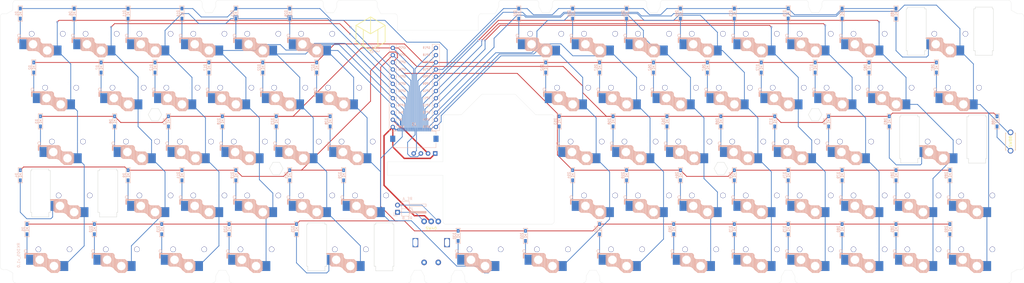
<source format=kicad_pcb>
(kicad_pcb (version 20241229) (generator "pcbnew") (generator_version "9.0")
  (layers (0 "F.Cu" signal) (2 "B.Cu" signal) (13 "F.Paste" user) (15 "B.Paste" user) (5 "F.SilkS" user "F.Silkscreen") (7 "B.SilkS" user "B.Silkscreen") (1 "F.Mask" user) (3 "B.Mask" user) (25 "Edge.Cuts" user))
  (net 0 "")
  (net 1 "Net-(D1-A)")
  (net 2 "Net-(D2-A)")
  (net 3 "Net-(D3-A)")
  (net 4 "Net-(D4-A)")
  (net 5 "Net-(D5-A)")
  (net 6 "Net-(D6-A)")
  (net 7 "Net-(D7-A)")
  (net 8 "Net-(D8-A)")
  (net 9 "Net-(D9-A)")
  (net 10 "Net-(D10-A)")
  (net 11 "Net-(D11-A)")
  (net 12 "Net-(D12-A)")
  (net 13 "Net-(D13-A)")
  (net 14 "Net-(D14-A)")
  (net 15 "Net-(D15-A)")
  (net 16 "Net-(D16-A)")
  (net 17 "Net-(D17-A)")
  (net 18 "Net-(D18-A)")
  (net 19 "Net-(D19-A)")
  (net 20 "Net-(D20-A)")
  (net 21 "Net-(D21-A)")
  (net 22 "Net-(D22-A)")
  (net 23 "Net-(D23-A)")
  (net 24 "Net-(D24-A)")
  (net 25 "Net-(D25-A)")
  (net 26 "Net-(D26-A)")
  (net 27 "Net-(D27-A)")
  (net 28 "Net-(D28-A)")
  (net 29 "Net-(D29-A)")
  (net 30 "Net-(D30-A)")
  (net 31 "Net-(D51-A)")
  (net 32 "Net-(D52-A)")
  (net 33 "Net-(D53-A)")
  (net 34 "Net-(D54-A)")
  (net 35 "Net-(D55-A)")
  (net 36 "Net-(D56-A)")
  (net 37 "Net-(D57-A)")
  (net 38 "Net-(D58-A)")
  (net 39 "Net-(D59-A)")
  (net 40 "Net-(D60-A)")
  (net 41 "Net-(D61-A)")
  (net 42 "Net-(D62-A)")
  (net 43 "Net-(D63-A)")
  (net 44 "Net-(D64-A)")
  (net 45 "Net-(D65-A)")
  (net 46 "Net-(D66-A)")
  (net 47 "Net-(D67-A)")
  (net 48 "Net-(D68-A)")
  (net 49 "Net-(D69-A)")
  (net 50 "Net-(D70-A)")
  (net 51 "Net-(D71-A)")
  (net 52 "Net-(D72-A)")
  (net 53 "Net-(D73-A)")
  (net 54 "Net-(D74-A)")
  (net 55 "Net-(D75-A)")
  (net 56 "Net-(D76-A)")
  (net 57 "Net-(D77-A)")
  (net 58 "Net-(D78-A)")
  (net 59 "Net-(D79-A)")
  (net 60 "Net-(D80-A)")
  (net 61 "Net-(D81-A)")
  (net 62 "Net-(D82-A)")
  (net 63 "Net-(D83-A)")
  (net 64 "Net-(D84-A)")
  (net 65 "Net-(D85-A)")
  (net 66 "Net-(D86-A)")
  (net 67 "Net-(D87-A)")
  (net 68 "Net-(D89-A)")
  (net 69 "Net-(D90-A)")
  (net 70 "GP19:SCL")
  (net 71 "PICOT:RE_B")
  (net 72 "PICOT:RE_A")
  (net 73 "PICOT:GND")
  (net 74 "PICOT:3v3")
  (net 75 "Net-(D88-A)")
  (net 76 "GP18:SDA")
  (net 77 "PICOT:VCC")
  (net 80 "GP15:COL6")
  (net 81 "GP12:COL9")
  (net 82 "GP14:COL7")
  (net 83 "GP13:COL8")
  (net 84 "GP10:COL11")
  (net 85 "GP11:COL10")
  (net 86 "GP09:COL12")
  (net 87 "GP08:COL13")
  (net 88 "GP16:ROW0")
  (net 89 "GP27:COL4")
  (net 90 "GP28:COL5")
  (net 91 "GP23:COL0")
  (net 92 "GP24:COL1")
  (net 93 "GP25:COL2")
  (net 94 "GP26:COL3")
  (net 95 "GP22:ROW3")
  (net 96 "GP21:ROW4")
  (net 97 "GP17:ROW1")
  (net 98 "GP20:ROW2")
  (footprint "kbd_Parts:Diode_SMD" (layer "F.Cu") (at 209.55 116.6812 -90)
    (property "Reference" "D52")
    (property "Value" "D" (hide yes))
  )
  (footprint "kbd_Parts:Diode_SMD" (layer "F.Cu") (at 290.5125 135.7312 -90)
    (property "Reference" "D73")
    (property "Value" "D" (hide yes))
  )
  (footprint "Rikkodo_FootPrint:rkd_Asm_ChocV1V2_Hotswap_1u" (layer "F.Cu") (at 280.9875 142.875)
    (property "Reference" "SW68" (hide yes))
    (property "Value" "SW_Push" (hide yes))
  )
  (footprint "Rikkodo_FootPrint:rkd_Asm_ChocV1V2_Hotswap_1u" (layer "F.Cu") (at 66.675 142.875)
    (property "Reference" "SW8" (hide yes))
    (property "Value" "SW_Push" (hide yes))
  )
  (footprint "kbd_Parts:Diode_SMD" (layer "F.Cu") (at 271.4625 135.7312 -90)
    (property "Reference" "D68")
    (property "Value" "D" (hide yes))
  )
  (footprint "Rikkodo_FootPrint:rkd_Asm_ChocV1V2_Hotswap_1u" (layer "F.Cu") (at 33.3375 104.775)
    (property "Reference" "SW1" (hide yes))
    (property "Value" "SW_Push" (hide yes))
  )
  (footprint "kbd_Parts:Diode_SMD" (layer "F.Cu") (at 23.8125 97.6312 -90)
    (property "Reference" "D1")
    (property "Value" "D" (hide yes))
  )
  (footprint "kbd_Hole:m2_Screw_Hole" (layer "F.Cu") (at 180.975 105.965625)
    (property "Reference" "M2")
    (property "Value" "Mark" (hide yes))
  )
  (footprint "kbd_Parts:Diode_SMD" (layer "F.Cu") (at 323.85 116.6812 -90)
    (property "Reference" "D82")
    (property "Value" "D" (hide yes))
  )
  (footprint "Rikkodo_FootPrint:rkd_Asm_ChocV1V2_Hotswap_1u" (layer "F.Cu") (at 266.7 104.775)
    (property "Reference" "SW66" (hide yes))
    (property "Value" "SW_Push" (hide yes))
  )
  (footprint "kbd_Parts:Diode_SMD" (layer "F.Cu") (at 71.4375 116.6812 -90)
    (property "Reference" "D12")
    (property "Value" "D" (hide yes))
  )
  (footprint "kbd_Parts:Diode_SMD" (layer "F.Cu") (at 352.425 154.7812 -90)
    (property "Reference" "D89")
    (property "Value" "D" (hide yes))
  )
  (footprint "kbd_Parts:Diode_SMD" (layer "F.Cu") (at 295.275 173.8312 -90)
    (property "Reference" "D75")
    (property "Value" "D" (hide yes))
  )
  (footprint "Rikkodo_FootPrint:rkd_Asm_ChocV1V2_Hotswap_1u" (layer "F.Cu") (at 342.9 180.975)
    (property "Reference" "SW85" (hide yes))
    (property "Value" "SW_Push" (hide yes))
  )
  (footprint "Rikkodo_FootPrint:rkd_Asm_ChocV1V2_Hotswap_1u" (layer "F.Cu") (at 300.0375 142.875)
    (property "Reference" "SW73" (hide yes))
    (property "Value" "SW_Push" (hide yes))
  )
  (footprint "BrownSugar_KBD:SW_PUSH_6x3mm" (layer "F.Cu") (at 373.85625 142.875 90)
    (property "Reference" "SW88")
    (property "Value" "SW_Push")
  )
  (footprint "kbd_Hole:m2_Screw_Hole" (layer "F.Cu") (at 161.925 157.1625)
    (property "Reference" "M7")
    (property "Value" "Mark")
  )
  (footprint "kbd_Parts:Diode_SMD" (layer "F.Cu") (at 333.375 97.6312 -90)
    (property "Reference" "D86")
    (property "Value" "D" (hide yes))
  )
  (footprint "kbd_Parts:Diode_SMD" (layer "F.Cu") (at 23.8125 154.7812 -90)
    (property "Reference" "D4")
    (property "Value" "D" (hide yes))
  )
  (footprint "Rikkodo_FootPrint:rkd_Asm_ChocV1V2_Hotswap_1u" (layer "F.Cu") (at 219.075 123.825)
    (property "Reference" "SW52" (hide yes))
    (property "Value" "SW_Push" (hide yes))
  )
  (footprint "Rikkodo_FootPrint:rkd_Asm_ChocV1V2_Hotswap_1u" (layer "F.Cu") (at 247.65 104.775)
    (property "Reference" "SW61" (hide yes))
    (property "Value" "SW_Push" (hide yes))
  )
  (footprint "kbd_Parts:Diode_SMD" (layer "F.Cu") (at 309.5625 135.7312 -90)
    (property "Reference" "D78")
    (property "Value" "D" (hide yes))
  )
  (footprint "Rikkodo_FootPrint:rkd_Asm_ChocV1V2_Hotswap_1u" (layer "F.Cu") (at 285.75 161.925)
    (property "Reference" "SW69" (hide yes))
    (property "Value" "SW_Push" (hide yes))
  )
  (footprint "kbd_Parts:Diode_SMD" (layer "F.Cu") (at 214.3125 135.7312 -90)
    (property "Reference" "D53")
    (property "Value" "D" (hide yes))
  )
  (footprint "Rikkodo_FootPrint:rkd_Asm_ChocV1V2_Hotswap_1u" (layer "F.Cu") (at 319.0875 142.875)
    (property "Reference" "SW78" (hide yes))
    (property "Value" "SW_Push" (hide yes))
  )
  (footprint "kbd_Hole:m2_Spacer_Hole_hex" (layer "F.Cu") (at 114.3 152.4)
    (property "Reference" "M4")
    (property "Value" "Mark")
    (fp_line (start -2.4 0) (end -1.2 2.15) (stroke (width 0.1)) (layer "Edge.Cuts"))
    (fp_line (start -1.2 -2.15) (end -2.4 0) (stroke (width 0.1)) (layer "Edge.Cuts"))
    (fp_line (start -1.2 2.15) (end 1.2 2.15) (stroke (width 0.1)) (layer "Edge.Cuts"))
    (fp_line (start 1.2 -2.15) (end -1.2 -2.15) (stroke (width 0.1)) (layer "Edge.Cuts"))
    (fp_line (start 1.2 2.15) (end 2.4 0) (stroke (width 0.1)) (layer "Edge.Cuts"))
    (fp_line (start 2.4 0) (end 1.2 -2.15) (stroke (width 0.1)) (layer "Edge.Cuts"))
  )
  (footprint "Rikkodo_FootPrint:rkd_Asm_ChocV1V2_Hotswap_1u" (layer "F.Cu") (at 314.325 123.825)
    (property "Reference" "SW77" (hide yes))
    (property "Value" "SW_Push" (hide yes))
  )
  (footprint "kbd_Parts:Diode_SMD" (layer "F.Cu") (at 285.75 116.6812 -90)
    (property "Reference" "D72")
    (property "Value" "D" (hide yes))
  )
  (footprint "Rikkodo_FootPrint:rkd_Asm_ChocV1V2_Hotswap_1u" (layer "F.Cu") (at 100.0125 123.825)
    (property "Reference" "SW17" (hide yes))
    (property "Value" "SW_Push" (hide yes))
  )
  (footprint "kbd_Parts:Diode_SMD" (layer "F.Cu") (at 233.3625 135.7312 -90)
    (property "Reference" "D58")
    (property "Value" "D" (hide yes))
  )
  (footprint "Rikkodo_FootPrint:rkd_Asm_ChocV1V2_Hotswap_1u" (layer "F.Cu") (at 71.4375 161.925)
    (property "Reference" "SW9" (hide yes))
    (property "Value" "SW_Push" (hide yes))
  )
  (footprint "kbd_Parts:Diode_SMD" (layer "F.Cu") (at 95.25 135.7312 -90)
    (property "Reference" "D18")
    (property "Value" "D" (hide yes))
  )
  (footprint "Rikkodo_FootPrint:rkd_Asm_ChocV1V2_Hotswap_1u" (layer "F.Cu") (at 238.125 180.975)
    (property "Reference" "SW60" (hide yes))
    (property "Value" "SW_Push" (hide yes))
  )
  (footprint "kbd_Parts:Diode_SMD" (layer "F.Cu") (at 109.5375 116.6812 -90)
    (property "Reference" "D22")
    (property "Value" "D" (hide yes))
  )
  (footprint "Rikkodo_FootPrint:rkd_Asm_ChocV1V2_Hotswap_1u" (layer "F.Cu") (at 242.8875 142.875)
    (property "Reference" "SW58" (hide yes))
    (property "Value" "SW_Push" (hide yes))
  )
  (footprint "kbd_Hole:m2_Spacer_Hole_hex" (layer "F.Cu") (at 71.4375 133.35)
    (property "Reference" "M3")
    (property "Value" "Mark")
    (fp_line (start -2.4 0) (end -1.2 2.15) (stroke (width 0.1)) (layer "Edge.Cuts"))
    (fp_line (start -1.2 -2.15) (end -2.4 0) (stroke (width 0.1)) (layer "Edge.Cuts"))
    (fp_line (start -1.2 2.15) (end 1.2 2.15) (stroke (width 0.1)) (layer "Edge.Cuts"))
    (fp_line (start 1.2 -2.15) (end -1.2 -2.15) (stroke (width 0.1)) (layer "Edge.Cuts"))
    (fp_line (start 1.2 2.15) (end 2.4 0) (stroke (width 0.1)) (layer "Edge.Cuts"))
    (fp_line (start 2.4 0) (end 1.2 -2.15) (stroke (width 0.1)) (layer "Edge.Cuts"))
  )
  (footprint "kbd_Parts:Diode_SMD" (layer "F.Cu") (at 257.175 154.7812 -90)
    (property "Reference" "D64")
    (property "Value" "D" (hide yes))
  )
  (footprint "kbd_Parts:Diode_SMD" (layer "F.Cu") (at 114.3 135.7312 -90)
    (property "Reference" "D23")
    (property "Value" "D" (hide yes))
  )
  (footprint "kbd_Parts:Diode_SMD" (layer "F.Cu") (at 352.425 173.8312 -90)
    (property "Reference" "D90")
    (property "Value" "D" (hide yes))
  )
  (footprint "kbd_Parts:Diode_SMD" (layer "F.Cu") (at 97.6313 173.8312 -90)
    (property "Reference" "D20")
    (property "Value" "D" (hide yes))
  )
  (footprint "kbd_Parts:Diode_SMD" (layer "F.Cu") (at 80.9625 154.7812 -90)
    (property "Reference" "D14")
    (property "Value" "D" (hide yes))
  )
  (footprint "Rikkodo_FootPrint:rkd_Asm_ChocV1V2_Hotswap_1u" (layer "F.Cu") (at 261.9375 142.875)
    (property "Reference" "SW63" (hide yes))
    (property "Value" "SW_Push" (hide yes))
  )
  (footprint "Rikkodo_FootPrint:rkd_Asm_ChocV1V2_Hotswap_1u" (layer "F.Cu") (at 264.31875 180.975)
    (property "Reference" "SW65" (hide yes))
    (property "Value" "SW_Push" (hide yes))
  )
  (footprint "kbd_Parts:Diode_SMD" (layer "F.Cu") (at 295.275 97.5812 -90)
    (property "Reference" "D76")
    (property "Value" "D" (hide yes))
  )
  (footprint "kbd_Parts:Diode_SMD" (layer "F.Cu") (at 219.075 97.6312 -90)
    (property "Reference" "D56")
    (property "Value" "D" (hide yes))
  )
  (footprint "Rikkodo_FootPrint:rkd_Asm_ChocV1V2_Hotswap_1u" (layer "F.Cu") (at 52.3875 104.775)
    (property "Reference" "SW6" (hide yes))
    (property "Value" "SW_Push" (hide yes))
  )
  (footprint "Rikkodo_FootPrint:rkd_Asm_ChocV1V2_Hotswap_1u" (layer "F.Cu") (at 357.1875 123.825)
    (property "Reference" "SW87" (hide yes))
    (property "Value" "SW_Push" (hide yes))
  )
  (footprint "Rikkodo_FootPrint:rkd_Asm_ChocV1V2_Hotswap_1u" (layer "F.Cu") (at 123.825 142.875)
    (property "Reference" "SW23" (hide yes))
    (property "Value" "SW_Push" (hide yes))
  )
  (footprint "kbd_Parts:Diode_SMD" (layer "F.Cu") (at 178.5938 176.2125 -90)
    (property "Reference" "D30")
    (property "Value" "D" (hide yes))
  )
  (footprint "Rikkodo_FootPrint:rkd_Asm_ChocV1V2_Hotswap_1u" (layer "F.Cu") (at 61.9125 123.825)
    (property "Reference" "SW7" (hide yes))
    (property "Value" "SW_Push" (hide yes))
  )
  (footprint "Rikkodo_FootPrint:rkd_Asm_ChocV1V2_Hotswap_1u" (layer "F.Cu") (at 40.4813 142.875)
    (property "Reference" "SW3" (hide yes))
    (property "Value" "SW_Push" (hide yes))
  )
  (footprint "kbd_Parts:Diode_SMD" (layer "F.Cu") (at 238.125 97.6312 -90)
    (property "Reference" "D61")
    (property "Value" "D" (hide yes))
  )
  (footprint "Rikkodo_FootPrint:rkd_Asm_ChocV1V2_Hotswap_1u" (layer "F.Cu") (at 257.175 123.825)
    (property "Reference" "SW62" (hide yes))
    (property "Value" "SW_Push" (hide yes))
  )
  (footprint "kbd_Parts:Diode_SMD" (layer "F.Cu") (at 202.4063 176.2125 -90)
    (property "Reference" "D55")
    (property "Value" "D" (hide yes))
  )
  (footprint "Rikkodo_FootPrint:rkd_Asm_ChocV1V2_Hotswap_1u" (layer "F.Cu") (at 342.9 161.925)
    (property "Reference" "SW84" (hide yes))
    (property "Value" "SW_Push" (hide yes))
  )
  (footprint "kbd_Parts:Diode_SMD" (layer "F.Cu") (at 266.7 116.6812 -90)
    (property "Reference" "D67")
    (property "Value" "D" (hide yes))
  )
  (footprint "Rikkodo_FootPrint:rkd_Asm_ChocV1V2_Hotswap_1u" (layer "F.Cu") (at 119.0625 123.825)
    (property "Reference" "SW22" (hide yes))
    (property "Value" "SW_Push" (hide yes))
  )
  (footprint "kbd_Parts:Diode_SMD" (layer "F.Cu") (at 52.3875 116.6812 -90)
    (property "Reference" "D7")
    (property "Value" "D" (hide yes))
  )
  (footprint "kbd_Parts:Diode_SMD" (layer "F.Cu") (at 238.125 154.7812 -90)
    (property "Reference" "D59")
    (property "Value" "D" (hide yes))
  )
  (footprint "kbd_Parts:Diode_SMD" (layer "F.Cu") (at 119.0625 154.7812 -90)
    (property "Reference" "D24")
    (property "Value" "D" (hide yes))
  )
  (footprint "Rikkodo_FootPrint:rkd_Asm_ChocV1V2_Hotswap_1u" (layer "F.Cu") (at 142.875 142.875)
    (property "Reference" "SW28" (hide yes))
    (property "Value" "SW_Push" (hide yes))
  )
  (footprint "kbd_Parts:Diode_SMD" (layer "F.Cu") (at 228.6 173.83125 -90)
    (property "Reference" "D60")
    (property "Value" "D" (hide yes))
  )
  (footprint "kbd_Parts:Diode_SMD" (layer "F.Cu") (at 61.9125 154.7812 -90)
    (property "Reference" "D9")
    (property "Value" "D" (hide yes))
  )
  (footprint "kbd_Parts:Diode_SMD" (layer "F.Cu") (at 138.1125 154.7812 -90)
    (property "Reference" "D29")
    (property "Value" "D" (hide yes))
  )
  (footprint "kbd_Parts:Diode_SMD" (layer "F.Cu") (at 314.325 154.7812 -90)
    (property "Reference" "D79")
    (property "Value" "D" (hide yes))
  )
  (footprint "kbd_Parts:Diode_SMD" (layer "F.Cu") (at 247.65 116.6812 -90)
    (property "Reference" "D62")
    (property "Value" "D" (hide yes))
  )
  (footprint "Rikkodo_FootPrint:rkd_Asm_ChocV1V2_Hotswap_1u" (layer "F.Cu") (at 333.375 123.825)
    (property "Reference" "SW82" (hide yes))
    (property "Value" "SW_Push" (hide yes))
  )
  (footprint "Rikkodo_FootPrint:rkd_Asm_ChocV1V2_Hotswap_1u" (layer "F.Cu") (at 83.3438 180.975)
    (property "Reference" "SW15" (hide yes))
    (property "Value" "SW_Push" (hide yes))
  )
  (footprint "Rikkodo_FootPrint:rkd_Asm_ChocV1V2_Hotswap_1u" (layer "F.Cu") (at 35.7188 180.975)
    (property "Reference" "SW5" (hide yes))
    (property "Value" "SW_Push" (hide yes))
  )
  (footprint "Rikkodo_FootPrint:rkd_Asm_ChocV1V2_Hotswap_1u" (layer "F.Cu") (at 109.5375 161.925)
    (property "Reference" "SW19" (hide yes))
    (property "Value" "SW_Push" (hide yes))
  )
  (footprint "Rikkodo_FootPrint:rkd_Asm_ChocV1V2_Hotswap_1u" (layer "F.Cu") (at 223.8375 142.875)
    (property "Reference" "SW53" (hide yes))
    (property "Value" "SW_Push" (hide yes))
  )
  (footprint "kbd_Parts:Diode_SMD" (layer "F.Cu") (at 119.0625 97.6312 -90)
    (property "Reference" "D26")
    (property "Value" "D" (hide yes))
  )
  (footprint "kbd_Parts:Diode_SMD" (layer "F.Cu") (at 128.5875 116.6812 -90)
    (property "Reference" "D27")
    (property "Value" "D" (hide yes))
  )
  (footprint "kbd_Parts:Diode_SMD" (layer "F.Cu") (at 133.35 135.7312 -90)
    (property "Reference" "D28")
    (property "Value" "D" (hide yes))
  )
  (footprint "Rikkodo_FootPrint:rkd_Asm_ChocV1V2_Hotswap_1u" (layer "F.Cu") (at 247.65 161.925)
    (property "Reference" "SW59" (hide yes))
    (property "Value" "SW_Push" (hide yes))
  )
  (footprint "Rikkodo_FootPrint:rkd_Asm_ChocV1V2_Hotswap_1u" (layer "F.Cu") (at 147.6375 161.925)
    (property "Reference" "SW29" (hide yes))
    (property "Value" "SW_Push" (hide yes))
  )
  (footprint "kbd_Hole:m2_Spacer_Hole_hex" (layer "F.Cu") (at 271.4625 152.4)
    (property "Reference" "M5")
    (property "Value" "Mark")
    (fp_line (start -2.4 0) (end -1.2 2.15) (stroke (width 0.1)) (layer "Edge.Cuts"))
    (fp_line (start -1.2 -2.15) (end -2.4 0) (stroke (width 0.1)) (layer "Edge.Cuts"))
    (fp_line (start -1.2 2.15) (end 1.2 2.15) (stroke (width 0.1)) (layer "Edge.Cuts"))
    (fp_line (start 1.2 -2.15) (end -1.2 -2.15) (stroke (width 0.1)) (layer "Edge.Cuts"))
    (fp_line (start 1.2 2.15) (end 2.4 0) (stroke (width 0.1)) (layer "Edge.Cuts"))
    (fp_line (start 2.4 0) (end 1.2 -2.15) (stroke (width 0.1)) (layer "Edge.Cuts"))
  )
  (footprint "Rikkodo_FootPrint:rkd_Asm_ChocV1V2_Hotswap_1u" (layer "F.Cu") (at 104.775 142.875)
    (property "Reference" "SW18" (hide yes))
    (property "Value" "SW_Push" (hide yes))
  )
  (footprint "Rikkodo_FootPrint:rkd_Asm_ChocV1V2_Hotswap_1u" (layer "F.Cu") (at 38.1 123.825)
    (property "Reference" "SW2" (hide yes))
    (property "Value" "SW_Push" (hide yes))
  )
  (footprint "BrownSugar_KBD:OLED_center_display" (layer "F.Cu") (at 166.68764 128.5875)
    (property "Reference" "OL2")
    (property "Value" "OLED")
  )
  (footprint "kbd_Parts:Diode_SMD" (layer "F.Cu") (at 200.025 97.6312 -90)
    (property "Reference" "D51")
    (property "Value" "D" (hide yes))
  )
  (footprint "Rikkodo_FootPrint:rkd_LOGO_2x" (layer "F.Cu") (at 147.6375 104.775)
    (property "Reference" "M8" (hide yes))
    (property "Value" "Mark" (hide yes))
  )
  (footprint "Rikkodo_FootPrint:rkd_Asm_ChocV1V2_Hotswap_1u" (layer "F.Cu") (at 285.75 104.775)
    (property "Reference" "SW71" (hide yes))
    (property "Value" "SW_Push" (hide yes))
  )
  (footprint "kbd_Parts:Diode_SMD" (layer "F.Cu") (at 42.8625 97.6312 -90)
    (property "Reference" "D6")
    (property "Value" "D" (hide yes))
  )
  (footprint "kbd_Parts:Diode_SMD" (layer "F.Cu") (at 26.1938 173.8312 -90)
    (property "Reference" "D5")
    (property "Value" "D" (hide yes))
  )
  (footprint "kbd_Parts:Diode_SMD" (layer "F.Cu") (at 219.075 154.7812 -90)
    (property "Reference" "D54")
    (property "Value" "D" (hide yes))
  )
  (footprint "Rikkodo_FootPrint:rkd_Asm_ChocV1V2_Hotswap_1u" (layer "F.Cu") (at 128.5875 104.775)
    (property "Reference" "SW26" (hide yes))
    (property "Value" "SW_Push" (hide yes))
  )
  (footprint "Rikkodo_FootPrint:rkd_Asm_ChocV1V2_Hotswap_1u" (layer "F.Cu") (at 128.5875 161.925)
    (property "Reference" "SW24" (hide yes))
    (property "Value" "SW_Push" (hide yes))
  )
  (footprint "Rikkodo_FootPrint:rkd_Asm_ChocV1V2_Hotswap_1u" (layer "F.Cu") (at 323.85 104.775)
    (property "Reference" "SW81" (hide yes))
    (property "Value" "SW_Push" (hide yes))
  )
  (footprint "Rikkodo_FootPrint:rkd_Asm_ChocV2_Hotswap_2uW" (layer "F.Cu") (at 140.4938 180.975)
    (property "Reference" "SW25" (hide yes))
    (property "Value" "SW_Push" (hide yes))
    (fp_line (start -15.4 -8.8) (end -15.4 6) (stroke (width 0.12)) (layer "Edge.Cuts"))
    (fp_line (start -15.4 6) (end -15.025 6) (stroke (width 0.12)) (layer "Edge.Cuts"))
    (fp_line (start -15.025 -9.445) (end -8.975 -9.445) (stroke (width 0.12)) (layer "Edge.Cuts"))
    (fp_line (start -15.025 -8.8) (end -15.4 -8.8) (stroke (width 0.12)) (layer "Edge.Cuts"))
    (fp_line (start -15.025 -8.8) (end -15.025 -9.445) (stroke (width 0.12)) (layer "Edge.Cuts"))
    (fp_line (start -15.025 7.605) (end -15.025 6) (stroke (width 0.12)) (layer "Edge.Cuts"))
    (fp_line (start -8.975 -8.8) (end -8.975 -9.445) (stroke (width 0.12)) (layer "Edge.Cuts"))
    (fp_line (start -8.975 6) (end -8.975 7.605) (stroke (width 0.12)) (layer "Edge.Cuts"))
    (fp_line (start -8.975 7.605) (end -15.025 7.605) (stroke (width 0.12)) (layer "Edge.Cuts"))
    (fp_line (start -8.4 -8.8) (end -8.975 -8.8) (stroke (width 0.12)) (layer "Edge.Cuts"))
    (fp_line (start -8.4 6) (end -8.975 6) (stroke (width 0.12)) (layer "Edge.Cuts"))
    (fp_line (start -8.4 6) (end -8.4 -8.8) (stroke (width 0.12)) (layer "Edge.Cuts"))
    (fp_line (start 8.4 -8.8) (end 8.975 -8.8) (stroke (width 0.12)) (layer "Edge.Cuts"))
    (fp_line (start 8.4 6) (end 8.4 -8.8) (stroke (width 0.12)) (layer "Edge.Cuts"))
    (fp_line (start 8.975 -9.445) (end 8.975 -8.8) (stroke (width 0.12)) (layer "Edge.Cuts"))
    (fp_line (start 8.975 6) (end 8.4 6) (stroke (width 0.12)) (layer "Edge.Cuts"))
    (fp_line (start 8.975 6) (end 8.975 7.605) (stroke (width 0.12)) (layer "Edge.Cuts"))
    (fp_line (start 8.975 7.605) (end 15.025 7.605) (stroke (width 0.12)) (layer "Edge.Cuts"))
    (fp_line (start 15.025 -9.445) (end 8.975 -9.445) (stroke (width 0.12)) (layer "Edge.Cuts"))
    (fp_line (start 15.025 -9.445) (end 15.025 -8.8) (stroke (width 0.12)) (layer "Edge.Cuts"))
    (fp_line (start 15.025 -8.8) (end 15.4 -8.8) (stroke (width 0.12)) (layer "Edge.Cuts"))
    (fp_line (start 15.025 7.605) (end 15.025 6) (stroke (width 0.12)) (layer "Edge.Cuts"))
    (fp_line (start 15.4 -8.8) (end 15.4 6) (stroke (width 0.12)) (layer "Edge.Cuts"))
    (fp_line (start 15.4 6) (end 15.025 6) (stroke (width 0.12)) (layer "Edge.Cuts"))
  )
  (footprint "Rikkodo_FootPrint:rkd_Asm_ChocV1V2_Hotswap_1u" (layer "F.Cu") (at 90.4875 104.775)
    (property "Reference" "SW16" (hide yes))
    (property "Value" "SW_Push" (hide yes))
  )
  (footprint "Rikkodo_FootPrint:rkd_Asm_ChocV1V2_Hotswap_1u" (layer "F.Cu") (at 107.1563 180.975)
    (property "Reference" "SW20" (hide yes))
    (property "Value" "SW_Push" (hide yes))
  )
  (footprint "kbd_Parts:Diode_SMD" (layer "F.Cu") (at 333.375 154.7812 -90)
    (property "Reference" "D84")
    (property "Value" "D" (hide yes))
  )
  (footprint "Rikkodo_FootPrint:rkd_Asm_ChocV1V2_Hotswap_1u" (layer "F.Cu") (at 304.8 161.925)
    (property "Reference" "SW74" (hide yes))
    (property "Value" "SW_Push" (hide yes))
  )
  (footprint "Rikkodo_FootPrint:rkd_Asm_ChocV1V2_Hotswap_1u" (layer "F.Cu") (at 90.4875 161.925)
    (property "Reference" "SW14" (hide yes))
    (property "Value" "SW_Push" (hide yes))
  )
  (footprint "Rikkodo_FootPrint:rkd_Asm_ChocV1V2_Hotswap_1u" (layer "F.Cu") (at 188.1188 180.975)
    (property "Reference" "SW30" (hide yes))
    (property "Value" "SW_Push" (hide yes))
  )
  (footprint "kbd_Parts:Diode_SMD" (layer "F.Cu") (at 61.9125 97.6312 -90)
    (property "Reference" "D11")
    (property "Value" "D" (hide yes))
  )
  (footprint "kbd_Parts:Diode_SMD" (layer "F.Cu") (at 80.9625 97.6312 -90)
    (property "Reference" "D16")
    (property "Value" "D" (hide yes))
  )
  (footprint "kbd_Parts:Diode_SMD" (layer "F.Cu") (at 276.225 173.8312 -90)
    (property "Reference" "D70")
    (property "Value" "D" (hide yes))
  )
  (footprint "kbd_Parts:Diode_SMD" (layer "F.Cu") (at 50.0063 173.8312 -90)
    (property "Reference" "D10")
    (property "Value" "D" (hide yes))
  )
  (footprint "kbd_Parts:Diode_SMD" (layer "F.Cu") (at 276.225 97.6312 -90)
    (property "Reference" "D71")
    (property "Value" "D" (hide yes))
  )
  (footprint "Rikkodo_FootPrint:rkd_Asm_ChocV1V2_Hotswap_1u" (layer "F.Cu") (at 238.125 123.825)
    (property "Reference" "SW57" (hide yes))
    (property "Value" "SW_Push" (hide yes))
  )
  (footprint "kbd_Parts:Diode_SMD" (layer "F.Cu") (at 76.2 135.73125 -90)
    (property "Reference" "D13")
    (property "Value" "D" (hide yes))
  )
  (footprint "Rikkodo_FootPrint:rkd_Asm_ChocV2_Hotswap_2uW" (layer "F.Cu") (at 42.8625 161.925)
    (property "Reference" "SW4" (hide yes))
    (property "Value" "SW_Push" (hide yes))
    (fp_line (start -15.4 -8.8) (end -15.4 6) (stroke (width 0.12)) (layer "Edge.Cuts"))
    (fp_line (start -15.4 6) (end -15.025 6) (stroke (width 0.12)) (layer "Edge.Cuts"))
    (fp_line (start -15.025 -9.445) (end -8.975 -9.445) (stroke (width 0.12)) (layer "Edge.Cuts"))
    (fp_line (start -15.025 -8.8) (end -15.4 -8.8) (stroke (width 0.12)) (layer "Edge.Cuts"))
    (fp_line (start -15.025 -8.8) (end -15.025 -9.445) (stroke (width 0.12)) (layer "Edge.Cuts"))
    (fp_line (start -15.025 7.605) (end -15.025 6) (stroke (width 0.12)) (layer "Edge.Cuts"))
    (fp_line (start -8.975 -8.8) (end -8.975 -9.445) (stroke (width 0.12)) (layer "Edge.Cuts"))
    (fp_line (start -8.975 6) (end -8.975 7.605) (stroke (width 0.12)) (layer "Edge.Cuts"))
    (fp_line (start -8.975 7.605) (end -15.025 7.605) (stroke (width 0.12)) (layer "Edge.Cuts"))
    (fp_line (start -8.4 -8.8) (end -8.975 -8.8) (stroke (width 0.12)) (layer "Edge.Cuts"))
    (fp_line (start -8.4 6) (end -8.975 6) (stroke (width 0.12)) (layer "Edge.Cuts"))
    (fp_line (start -8.4 6) (end -8.4 -8.8) (stroke (width 0.12)) (layer "Edge.Cuts"))
    (fp_line (start 8.4 -8.8) (end 8.975 -8.8) (stroke (width 0.12)) (layer "Edge.Cuts"))
    (fp_line (start 8.4 6) (end 8.4 -8.8) (stroke (width 0.12)) (layer "Edge.Cuts"))
    (fp_line (start 8.975 -9.445) (end 8.975 -8.8) (stroke (width 0.12)) (layer "Edge.Cuts"))
    (fp_line (start 8.975 6) (end 8.4 6) (stroke (width 0.12)) (layer "Edge.Cuts"))
    (fp_line (start 8.975 6) (end 8.975 7.605) (stroke (width 0.12)) (layer "Edge.Cuts"))
    (fp_line (start 8.975 7.605) (end 15.025 7.605) (stroke (width 0.12)) (layer "Edge.Cuts"))
    (fp_line (start 15.025 -9.445) (end 8.975 -9.445) (stroke (width 0.12)) (layer "Edge.Cuts"))
    (fp_line (start 15.025 -9.445) (end 15.025 -8.8) (stroke (width 0.12)) (layer "Edge.Cuts"))
    (fp_line (start 15.025 -8.8) (end 15.4 -8.8) (stroke (width 0.12)) (layer "Edge.Cuts"))
    (fp_line (start 15.025 7.605) (end 15.025 6) (stroke (width 0.12)) (layer "Edge.Cuts"))
    (fp_line (start 15.4 -8.8) (end 15.4 6) (stroke (width 0.12)) (layer "Edge.Cuts"))
    (fp_line (start 15.4 6) (end 15.025 6) (stroke (width 0.12)) (layer "Edge.Cuts"))
  )
  (footprint "Rikkodo_FootPrint:rkd_Asm_ChocV1V2_Hotswap_1u" (layer "F.Cu") (at 228.6 161.925)
    (property "Reference" "SW54" (hide yes))
    (property "Value" "SW_Push" (hide yes))
  )
  (footprint "kbd_Parts:Diode_SMD" (layer "F.Cu") (at 254.79375 173.8312 -90)
    (property "Reference" "D65")
    (property "Value" "D" (hide yes))
  )
  (footprint "kbd_Parts:Diode_SMD" (layer "F.Cu") (at 369.09375 135.73125 -90)
    (property "Reference" "D88")
    (property "Value" "D" (hide yes))
  )
  (footprint "kbd_Parts:Diode_SMD" (layer "F.Cu") (at 257.175 97.6312 -90)
    (property "Reference" "D66")
    (property "Value" "D" (hide yes))
  )
  (footprint "Rikkodo_FootPrint:rkd_Asm_ChocV1V2_Hotswap_1u" (layer "F.Cu") (at 138.1125 123.825)
    (property "Reference" "SW27" (hide yes))
    (property "Value" "SW_Push" (hide yes))
  )
  (footprint "kbd_Parts:Diode_SMD" (layer "F.Cu") (at 73.8188 173.8312 -90)
    (property "Reference" "D15")
    (property "Value" "D" (hide yes))
  )
  (footprint "kbd_Hole:m2_Screw_Hole" (layer "F.Cu") (at 161.925 105.965625)
    (property "Reference" "M1")
    (property "Value" "Mark" (hide yes))
  )
  (footprint "kbd_Parts:Diode_SMD" (layer "F.Cu") (at 295.275 154.7812 -90)
    (property "Reference" "D74")
    (property "Value" "D" (hide yes))
  )
  (footprint "Rikkodo_FootPrint:rkd_Asm_ChocV1V2_Hotswap_1u" (layer "F.Cu") (at 59.5313 180.975)
    (property "Reference" "SW10" (hide yes))
    (property "Value" "SW_Push" (hide yes))
  )
  (footprint "kbd_Parts:Diode_SMD" (layer "F.Cu") (at 314.325 173.8312 -90)
    (property "Reference" "D80")
    (property "Value" "D" (hide yes))
  )
  (footprint "kbd_Parts:Diode_SMD" (layer "F.Cu") (at 100.0125 97.6312 -90)
    (property "Reference" "D21")
    (property "Value" "D" (hide yes))
  )
  (footprint "kbd_Parts:Diode_SMD" (layer "F.Cu") (at 28.575 116.6812 -90)
    (property "Reference" "D2")
    (property "Value" "D" (hide yes))
  )
  (footprint "kbd_Parts:Diode_SMD" (layer "F.Cu") (at 30.9563 135.7312 -90)
    (property "Reference" "D3")
    (property "Value" "D" (hide yes))
  )
  (footprint "Rikkodo_FootPrint:rkd_Asm_ChocV1V2_Hotswap_1u" (layer "F.Cu") (at 209.55 104.775)
    (property "Reference" "SW51" (hide yes))
    (property "Value" "SW_Push" (hide yes))
  )
  (footprint "Rikkodo_FootPrint:rkd_Asm_ChocV1V2_Hotswap_1u" (layer "F.Cu") (at 361.95 161.925)
    (property "Reference" "SW89" (hide yes))
    (property "Value" "SW_Push" (hide yes))
  )
  (footprint "Rikkodo_FootPrint:rkd_Asm_ChocV1V2_Hotswap_1u" (layer "F.Cu") (at 266.7 161.925)
    (property "Reference" "SW64" (hide yes))
    (property "Value" "SW_Push" (hide yes))
  )
  (footprint "BrownSugar_KBD:RotaryEncoder_EC11-Switch" (layer "F.Cu") (at 169.06875 178.59375 180)
    (property "Reference" "SW40")
    (property "Value" "RotaryEncoder_Switch")
  )
  (footprint "kbd_Parts:Diode_SMD" (layer "F.Cu") (at 100.0125 154.7812 -90)
    (property "Reference" "D19")
    (property "Value" "D" (hide yes))
  )
  (footprint "kbd_Parts:Diode_SMD" (layer "F.Cu") (at 228.6 116.6812 -90)
    (property "Reference" "D57")
    (property "Value" "D" (hide yes))
  )
  (footprint "Rikkodo_FootPrint:rkd_Asm_ChocV1V2_Hotswap_1u" (layer "F.Cu") (at 85.725 142.875)
    (property "Reference" "SW13" (hide yes))
    (property "Value" "SW_Push" (hide yes))
  )
  (footprint "kbd_Parts:Diode_SMD" (layer "F.Cu") (at 330.9938 135.7312 -90)
    (property "Reference" "D83")
    (property "Value" "D" (hide yes))
  )
  (footprint "Rikkodo_FootPrint:rkd_Asm_ChocV1V2_Hotswap_1u" (layer "F.Cu") (at 295.275 123.825)
    (property "Reference" "SW72" (hide yes))
    (property "Value" "SW_Push" (hide yes))
  )
  (footprint "Rikkodo_FootPrint:rkd_Asm_ChocV1V2_Hotswap_1u" (layer "F.Cu") (at 323.85 180.975)
    (property "Reference" "SW80" (hide yes))
    (property "Value" "SW_Push" (hide yes))
  )
  (footprint "Rikkodo_FootPrint:rkd_Asm_ChocV1V2_Hotswap_1u" (layer "F.Cu") (at 71.4375 104.775)
    (property "Reference" "SW11" (hide yes))
    (property "Value" "SW_Push" (hide yes))
  )
  (footprint "Rikkodo_FootPrint:rkd_Asm_ChocV1V2_Hotswap_1u" (layer "F.Cu") (at 361.95 180.975)
    (property "Reference" "SW90" (hide yes))
    (property "Value" "SW_Push" (hide yes))
  )
  (footprint "Rikkodo_FootPrint:rkd_Asm_ChocV1V2_Hotswap_1u" (layer "F.Cu") (at 285.75 180.975)
    (property "Reference" "SW70" (hide yes))
    (property "Value" "SW_Push" (hide yes))
  )
  (footprint "Rikkodo_FootPrint:rkd_Asm_ChocV1V2_Hotswap_1u" (layer "F.Cu") (at 228.6 104.775)
    (property "Reference" "SW56" (hide yes))
    (property "Value" "SW_Push" (hide yes))
  )
  (footprint "Rikkodo_FootPrint:rkd_Asm_ChocV1V2_Hotswap_1u" (layer "F.Cu") (at 323.85 161.925)
    (property "Reference" "SW79" (hide yes))
    (property "Value" "SW_Push" (hide yes))
  )
  (footprint "Rikkodo_FootPrint:rkd_Asm_ChocV1V2_Hotswap_1u" (layer "F.Cu") (at 211.9313 180.975)
    (property "Reference" "SW55" (hide yes))
    (property "Value" "SW_Push" (hide yes))
  )
  (footprint "Rikkodo_FootPrint:rkd_Asm_ChocV1V2_Hotswap_1u" (layer "F.Cu") (at 304.8 180.975)
    (property "Reference" "SW75" (hide yes))
    (property "Value" "SW_Push" (hide yes))
  )
  (footprint "Rikkodo_FootPrint:rkd_Asm_ChocV2_Hotswap_2uW" (layer "F.Cu") (at 350.0438 142.875)
    (property "Reference" "SW83" (hide yes))
    (property "Value" "SW_Push" (hide yes))
    (fp_line (start -15.4 -8.8) (end -15.4 6) (stroke (width 0.12)) (layer "Edge.Cuts"))
    (fp_line (start -15.4 6) (end -15.025 6) (stroke (width 0.12)) (layer "Edge.Cuts"))
    (fp_line (start -15.025 -9.445) (end -8.975 -9.445) (stroke (width 0.12)) (layer "Edge.Cuts"))
    (fp_line (start -15.025 -8.8) (end -15.4 -8.8) (stroke (width 0.12)) (layer "Edge.Cuts"))
    (fp_line (start -15.025 -8.8) (end -15.025 -9.445) (stroke (width 0.12)) (layer "Edge.Cuts"))
    (fp_line (start -15.025 7.605) (end -15.025 6) (stroke (width 0.12)) (layer "Edge.Cuts"))
    (fp_line (start -8.975 -8.8) (end -8.975 -9.445) (stroke (width 0.12)) (layer "Edge.Cuts"))
    (fp_line (start -8.975 6) (end -8.975 7.605) (stroke (width 0.12)) (layer "Edge.Cuts"))
    (fp_line (start -8.975 7.605) (end -15.025 7.605) (stroke (width 0.12)) (layer "Edge.Cuts"))
    (fp_line (start -8.4 -8.8) (end -8.975 -8.8) (stroke (width 0.12)) (layer "Edge.Cuts"))
    (fp_line (start -8.4 6) (end -8.975 6) (stroke (width 0.12)) (layer "Edge.Cuts"))
    (fp_line (start -8.4 6) (end -8.4 -8.8) (stroke (width 0.12)) (layer "Edge.Cuts"))
    (fp_line (start 8.4 -8.8) (end 8.975 -8.8) (stroke (width 0.12)) (layer "Edge.Cuts"))
    (fp_line (start 8.4 6) (end 8.4 -8.8) (stroke (width 0.12)) (layer "Edge.Cuts"))
    (fp_line (start 8.975 -9.445) (end 8.975 -8.8) (stroke (width 0.12)) (layer "Edge.Cuts"))
    (fp_line (start 8.975 6) (end 8.4 6) (stroke (width 0.12)) (layer "Edge.Cuts"))
    (fp_line (start 8.975 6) (end 8.975 7.605) (stroke (width 0.12)) (layer "Edge.Cuts"))
    (fp_line (start 8.975 7.605) (end 15.025 7.605) (stroke (width 0.12)) (layer "Edge.Cuts"))
    (fp_line (start 15.025 -9.445) (end 8.975 -9.445) (stroke (width 0.12)) (layer "Edge.Cuts"))
    (fp_line (start 15.025 -9.445) (end 15.025 -8.8) (stroke (width 0.12)) (layer "Edge.Cuts"))
    (fp_line (start 15.025 -8.8) (end 15.4 -8.8) (stroke (width 0.12)) (layer "Edge.Cuts"))
    (fp_line (start 15.025 7.605) (end 15.025 6) (stroke (width 0.12)) (layer "Edge.Cuts"))
    (fp_line (start 15.4 -8.8) (end 15.4 6) (stroke (width 0.12)) (layer "Edge.Cuts"))
    (fp_line (start 15.4 6) (end 15.025 6) (stroke (width 0.12)) (layer "Edge.Cuts"))
  )
  (footprint "kbd_Parts:Diode_SMD" (layer "F.Cu") (at 314.325 97.6312 -90)
    (property "Reference" "D81" (hide yes))
    (property "Value" "D" (hide yes))
  )
  (footprint "Rikkodo_FootPrint:rkd_Asm_ChocV2_Hotswap_2uW" (layer "F.Cu") (at 352.425 104.775)
    (property "Reference" "SW86" (hide yes))
    (property "Value" "SW_Push" (hide yes))
    (fp_line (start -15.4 -8.8) (end -15.4 6) (stroke (width 0.12)) (layer "Edge.Cuts"))
    (fp_line (start -15.4 6) (end -15.025 6) (stroke (width 0.12)) (layer "Edge.Cuts"))
    (fp_line (start -15.025 -9.445) (end -8.975 -9.445) (stroke (width 0.12)) (layer "Edge.Cuts"))
    (fp_line (start -15.025 -8.8) (end -15.4 -8.8) (stroke (width 0.12)) (layer "Edge.Cuts"))
    (fp_line (start -15.025 -8.8) (end -15.025 -9.445) (stroke (width 0.12)) (layer "Edge.Cuts"))
    (fp_line (start -15.025 7.605) (end -15.025 6) (stroke (width 0.12)) (layer "Edge.Cuts"))
    (fp_line (start -8.975 -8.8) (end -8.975 -9.445) (stroke (width 0.12)) (layer "Edge.Cuts"))
    (fp_line (start -8.975 6) (end -8.975 7.605) (stroke (width 0.12)) (layer "Edge.Cuts"))
    (fp_line (start -8.975 7.605) (end -15.025 7.605) (stroke (width 0.12)) (layer "Edge.Cuts"))
    (fp_line (start -8.4 -8.8) (end -8.975 -8.8) (stroke (width 0.12)) (layer "Edge.Cuts"))
    (fp_line (start -8.4 6) (end -8.975 6) (stroke (width 0.12)) (layer "Edge.Cuts"))
    (fp_line (start -8.4 6) (end -8.4 -8.8) (stroke (width 0.12)) (layer "Edge.Cuts"))
    (fp_line (start 8.4 -8.8) (end 8.975 -8.8) (stroke (width 0.12)) (layer "Edge.Cuts"))
    (fp_line (start 8.4 6) (end 8.4 -8.8) (stroke (width 0.12)) (layer "Edge.Cuts"))
    (fp_line (start 8.975 -9.445) (end 8.975 -8.8) (stroke (width 0.12)) (layer "Edge.Cuts"))
    (fp_line (start 8.975 6) (end 8.4 6) (stroke (width 0.12)) (layer "Edge.Cuts"))
    (fp_line (start 8.975 6) (end 8.975 7.605) (stroke (width 0.12)) (layer "Edge.Cuts"))
    (fp_line (start 8.975 7.605) (end 15.025 7.605) (stroke (width 0.12)) (layer "Edge.Cuts"))
    (fp_line (start 15.025 -9.445) (end 8.975 -9.445) (stroke (width 0.12)) (layer "Edge.Cuts"))
    (fp_line (start 15.025 -9.445) (end 15.025 -8.8) (stroke (width 0.12)) (layer "Edge.Cuts"))
    (fp_line (start 15.025 -8.8) (end 15.4 -8.8) (stroke (width 0.12)) (layer "Edge.Cuts"))
    (fp_line (start 15.025 7.605) (end 15.025 6) (stroke (width 0.12)) (layer "Edge.Cuts"))
    (fp_line (start 15.4 -8.8) (end 15.4 6) (stroke (width 0.12)) (layer "Edge.Cuts"))
    (fp_line (start 15.4 6) (end 15.025 6) (stroke (width 0.12)) (layer "Edge.Cuts"))
  )
  (footprint "kbd_Parts:Diode_SMD" (layer "F.Cu") (at 333.375 173.8312 -90)
    (property "Reference" "D85")
    (property "Value" "D" (hide yes))
  )
  (footprint "Rikkodo_FootPrint:rkd_Asm_ChocV1V2_Hotswap_1u" (layer "F.Cu") (at 80.9625 123.825)
    (property "Reference" "SW12" (hide yes))
    (property "Value" "SW_Push" (hide yes))
  )
  (footprint "Rikkodo_FootPrint:rkd_Asm_ChocV1V2_Hotswap_1u" (layer "F.Cu") (at 109.5375 104.775)
    (property "Reference" "SW21" (hide yes))
    (property "Value" "SW_Push" (hide yes))
  )
  (footprint "kbd_Parts:Diode_SMD" (layer "F.Cu") (at 304.8 116.6812 -90)
    (property "Reference" "D77")
    (property "Value" "D" (hide yes))
  )
  (footprint "kbd_Parts:Diode_SMD" (layer "F.Cu") (at 252.4125 135.7312 -90)
    (property "Reference" "D63")
    (property "Value" "D" (hide yes))
  )
  (footprint "Rikkodo_FootPrint:rkd_Asm_ChocV1V2_Hotswap_1u" (layer "F.Cu") (at 276.225 123.825)
    (property "Reference" "SW67" (hide yes))
    (property "Value" "SW_Push" (hide yes))
  )
  (footprint "kbd_Parts:Diode_SMD" (layer "F.Cu") (at 90.4875 116.6812 -90)
    (property "Reference" "D17")
    (property "Value" "D" (hide yes))
  )
  (footprint "kbd_Parts:Diode_SMD" (layer "F.Cu") (at 57.15 135.7312 -90)
    (property "Reference" "D8")
    (property "Value" "D" (hide yes))
  )
  (footprint "kbd_Parts:Diode_SMD" (layer "F.Cu") (at 347.6625 116.6812 -90)
    (property "Reference" "D87")
    (property "Value" "D" (hide yes))
  )
  (footprint "kbd_Parts:Diode_SMD" (layer "F.Cu") (at 276.225 154.7812 -90)
    (property "Reference" "D69")
    (property "Value" "D" (hide yes))
  )
  (footprint "Rikkodo_FootPrint:rkd_Asm_ChocV1V2_Hotswap_1u" (layer "F.Cu") (at 304.8 104.775)
    (property "Reference" "SW76" (hide yes))
    (property "Value" "SW_Push" (hide yes))
  )
  (footprint "kbd_Parts:Diode_SMD" (layer "F.Cu") (at 121.4438 173.8312 -90)
    (property "Reference" "D25")
    (property "Value" "D" (hide yes))
  )
  (footprint "kbd_Hole:m2_Spacer_Hole_hex" (layer "F.Cu") (at 304.8 133.35)
    (property "Reference" "M6")
    (property "Value" "Mark")
    (fp_line (start -2.4 0) (end -1.2 2.15) (stroke (width 0.1)) (layer "Edge.Cuts"))
    (fp_line (start -1.2 -2.15) (end -2.4 0) (stroke (width 0.1)) (layer "Edge.Cuts"))
    (fp_line (start -1.2 2.15) (end 1.2 2.15) (stroke (width 0.1)) (layer "Edge.Cuts"))
    (fp_line (start 1.2 -2.15) (end -1.2 -2.15) (stroke (width 0.1)) (layer "Edge.Cuts"))
    (fp_line (start 1.2 2.15) (end 2.4 0) (stroke (width 0.1)) (layer "Edge.Cuts"))
    (fp_line (start 2.4 0) (end 1.2 -2.15) (stroke (width 0.1)) (layer "Edge.Cuts"))
  )
  (footprint "Connector_FFC-FPC:Hirose_FH12-24S-0.5SH_1x24-1MP_P0.50mm_Horizontal" (layer "B.Cu") (at 163.115625 140.49375 180)
    (property "Reference" "J3")
    (property "Value" "Conn_01x24")
  )
  (footprint "Connector_PinHeader_2.54mm:PinHeader_1x02_P2.54mm_Horizontal" (layer "B.Cu") (at 157.1625 167.878125)
    (property "Reference" "J1")
    (property "Value" "Conn_01x02_Socket")
  )
  (footprint "Rikkodo_FootPrint:rkd_picot_breakout" (layer "B.Cu") (at 163.115625 126.20625 180)
    (property "Reference" "J2" (hide yes))
    (property "Value" "Conn_01x24" (hide yes))
  )
  (gr_line (start 250.05 94.059375) (end 250.06875 95.25) (stroke (width 0.05)) (layer "Edge.Cuts"))
  (gr_line (start 308.390625 92.868725) (end 372.896875 92.859375) (stroke (width 0.05)) (layer "Edge.Cuts"))
  (gr_line (start 19.05 188.1) (end 21.2 189.3) (stroke (width 0.05)) (layer "Edge.Cuts"))
  (gr_line (start 307.2 94.05935) (end 307.21875 95.249975) (stroke (width 0.05)) (layer "Edge.Cuts"))
  (gr_line (start 251.240625 92.86875) (end 301.246875 92.868725) (stroke (width 0.05)) (layer "Edge.Cuts"))
  (gr_line (start 134.55 97.4) (end 135.75 95.25) (stroke (width 0.05)) (layer "Edge.Cuts"))
  (gr_line (start 298.846875 192.88125) (end 372.896875 192.890625) (stroke (width 0.05)) (layer "Edge.Cuts"))
  (gr_line (start 176.19375 190.5) (end 177.39375 188.35) (stroke (width 0.05)) (layer "Edge.Cuts"))
  (gr_line (start 250.06875 95.25) (end 248.86875 97.4) (stroke (width 0.05)) (layer "Edge.Cuts"))
  (gr_arc (start 129.778125 92.86875) (mid 130.620046 93.217454) (end 130.96875 94.059375) (stroke (width 0.05)) (layer "Edge.Cuts"))
  (gr_line (start 163.10625 188.35) (end 165.50625 188.35) (stroke (width 0.05)) (layer "Edge.Cuts"))
  (gr_line (start 294.075 188.35) (end 296.475 188.35) (stroke (width 0.05)) (layer "Edge.Cuts"))
  (gr_line (start 21.2 94.05) (end 21.2 96.45) (stroke (width 0.05)) (layer "Edge.Cuts"))
  (gr_arc (start 298.846875 192.88125) (mid 298.00496 192.53254) (end 297.65625 191.690625) (stroke (width 0.05)) (layer "Edge.Cuts"))
  (gr_line (start 179.784375 133.35) (end 186.928125 126.20625) (stroke (width 0.05)) (layer "Edge.Cuts"))
  (gr_line (start 94.05935 92.868725) (end 129.778125 92.86875) (stroke (width 0.05)) (layer "Edge.Cuts"))
  (gr_line (start 134.55 97.4) (end 132.15 97.4) (stroke (width 0.05)) (layer "Edge.Cuts"))
  (gr_line (start 153.590625 150.01875) (end 153.590625 154.78125) (stroke (width 0.05)) (layer "Edge.Cuts"))
  (gr_line (start 92.8875 95.25) (end 92.86875 94.059375) (stroke (width 0.05)) (layer "Edge.Cuts"))
  (gr_line (start 211.93125 133.35) (end 212.526741 133.945425) (stroke (width 0.05)) (layer "Edge.Cuts"))
  (gr_line (start 297.675 190.5) (end 297.65625 191.690625) (stroke (width 0.05)) (layer "Edge.Cuts"))
  (gr_line (start 173.236083 133.945425) (end 173.236083 150.018876) (stroke (width 0.05)) (layer "Edge.Cuts"))
  (gr_line (start 97.65 190.5) (end 97.63125 191.690625) (stroke (width 0.05)) (layer "Edge.Cuts"))
  (gr_line (start 198.834375 126.20625) (end 205.978125 133.35) (stroke (width 0.05)) (layer "Edge.Cuts"))
  (gr_line (start 94.05 188.35) (end 96.45 188.35) (stroke (width 0.05)) (layer "Edge.Cuts"))
  (gr_arc (start 22.390625 192.890625) (mid 21.548701 192.541909) (end 21.2 191.7) (stroke (width 0.05)) (layer "Edge.Cuts"))
  (gr_line (start 245.26875 95.25) (end 245.2875 94.059375) (stroke (width 0.05)) (layer "Edge.Cuts"))
  (gr_line (start 376.2375 188.1) (end 374.0875 189.3) (stroke (width 0.05)) (layer "Edge.Cuts"))
  (gr_line (start 212.526741 171.450144) (end 211.931428 172.045457) (stroke (width 0.05)) (layer "Edge.Cuts"))
  (gr_line (start 155.971931 97.631383) (end 151.209502 97.631332) (stroke (width 0.05)) (layer "Edge.Cuts"))
  (gr_line (start 376.2375 97.65) (end 374.0875 96.45) (stroke (width 0.05)) (layer "Edge.Cuts"))
  (gr_line (start 130.96875 94.059375) (end 130.95 95.25) (stroke (width 0.05)) (layer "Edge.Cuts"))
  (gr_arc (start 155.971931 97.631383) (mid 156.813855 97.980099) (end 157.162556 98.822008) (stroke (width 0.05)) (layer "Edge.Cuts"))
  (gr_line (start 173.236083 171.450144) (end 173.831396 172.045457) (stroke (width 0.05)) (layer "Edge.Cuts"))
  (gr_line (start 378.61875 186.92815) (end 378.61875 98.82185) (stroke (width 0.05)) (layer "Edge.Cuts"))
  (gr_line (start 160.734375 192.88125) (end 98.821875 192.88125) (stroke (width 0.05)) (layer "Edge.Cuts"))
  (gr_arc (start 161.925 191.690625) (mid 161.576274 192.532524) (end 160.734375 192.88125) (stroke (width 0.05)) (layer "Edge.Cuts"))
  (gr_line (start 292.89375 191.690625) (end 292.875 190.5) (stroke (width 0.05)) (layer "Edge.Cuts"))
  (gr_line (start 176.2125 191.690625) (end 176.19375 190.5) (stroke (width 0.05)) (layer "Edge.Cuts"))
  (gr_line (start 377.428125 97.631225) (end 376.2375 97.65) (stroke (width 0.05)) (layer "Edge.Cuts"))
  (gr_line (start 16.66875 98.82187) (end 16.668775 186.92815) (stroke (width 0.05)) (layer "Edge.Cuts"))
  (gr_arc (start 205.97805 92.868725) (mid 206.819946 93.217454) (end 207.168675 94.05935) (stroke (width 0.05)) (layer "Edge.Cuts"))
  (gr_arc (start 211.931175 94.05935) (mid 212.279898 93.217448) (end 213.1218 92.868725) (stroke (width 0.05)) (layer "Edge.Cuts"))
  (gr_arc (start 17.8594 188.118775) (mid 17.017483 187.770067) (end 16.668775 186.92815) (stroke (width 0.05)) (layer "Edge.Cuts"))
  (gr_line (start 211.931175 94.05935) (end 211.949925 95.249975) (stroke (width 0.05)) (layer "Edge.Cuts"))
  (gr_line (start 307.21875 95.249975) (end 306.01875 97.399975) (stroke (width 0.05)) (layer "Edge.Cuts"))
  (gr_arc (start 185.7375 98.821875) (mid 186.086236 97.980001) (end 186.928125 97.63125) (stroke (width 0.05)) (layer "Edge.Cuts"))
  (gr_line (start 180.99375 190.5) (end 180.975 191.690625) (stroke (width 0.05)) (layer "Edge.Cuts"))
  (gr_arc (start 372.896875 92.859375) (mid 373.738792 93.208083) (end 374.0875 94.05) (stroke (width 0.05)) (layer "Edge.Cuts"))
  (gr_line (start 191.690625 97.63125) (end 186.928125 97.63125) (stroke (width 0.05)) (layer "Edge.Cuts"))
  (gr_arc (start 229.790625 192.88125) (mid 228.948726 192.532524) (end 228.6 191.690625) (stroke (width 0.05)) (layer "Edge.Cuts"))
  (gr_line (start 229.790625 192.88125) (end 291.703125 192.88125) (stroke (width 0.05)) (layer "Edge.Cuts"))
  (gr_line (start 192.9 94.059375) (end 192.91875 95.25) (stroke (width 0.05)) (layer "Edge.Cuts"))
  (gr_line (start 166.70625 190.5) (end 165.50625 188.35) (stroke (width 0.05)) (layer "Edge.Cuts"))
  (gr_line (start 374.0875 189.3) (end 374.0875 191.7) (stroke (width 0.05)) (layer "Edge.Cuts"))
  (gr_line (start 223.8375 191.690625) (end 223.81875 190.5) (stroke (width 0.05)) (layer "Edge.Cuts"))
  (gr_arc (start 250.05 94.059375) (mid 250.398701 93.217451) (end 251.240625 92.86875) (stroke (width 0.05)) (layer "Edge.Cuts"))
  (gr_line (start 89.2875 97.4) (end 88.0875 95.25) (stroke (width 0.05)) (layer "Edge.Cuts"))
  (gr_line (start 135.75 95.25) (end 135.73125 94.059375) (stroke (width 0.05)) (layer "Edge.Cuts"))
  (gr_line (start 177.39375 188.35) (end 179.79375 188.35) (stroke (width 0.05)) (layer "Edge.Cuts"))
  (gr_line (start 223.81875 190.5) (end 225.01875 188.35) (stroke (width 0.05)) (layer "Edge.Cuts"))
  (gr_line (start 157.162631 103.584462) (end 157.162556 98.822008) (stroke (width 0.05)) (layer "Edge.Cuts"))
  (gr_arc (start 135.731225 94.05935) (mid 136.079958 93.217458) (end 136.92185 92.868725) (stroke (width 0.05)) (layer "Edge.Cuts"))
  (gr_line (start 132.15 97.4) (end 130.95 95.25) (stroke (width 0.05)) (layer "Edge.Cuts"))
  (gr_arc (start 223.8375 191.690625) (mid 223.488774 192.532524) (end 222.646875 192.88125) (stroke (width 0.05)) (layer "Edge.Cuts"))
  (gr_arc (start 92.868725 94.05935) (mid 93.217466 93.217466) (end 94.05935 92.868725) (stroke (width 0.05)) (layer "Edge.Cuts"))
  (gr_arc (start 92.86875 191.690625) (mid 92.520006 192.532506) (end 91.678125 192.88125) (stroke (width 0.05)) (layer "Edge.Cuts"))
  (gr_line (start 374.0875 96.45) (end 374.0875 94.05) (stroke (width 0.05)) (layer "Edge.Cuts"))
  (gr_arc (start 378.61875 186.92815) (mid 378.270014 187.770024) (end 377.428125 188.118775) (stroke (width 0.05)) (layer "Edge.Cuts"))
  (gr_arc (start 167.878125 192.88125) (mid 167.036226 192.532524) (end 166.6875 191.690625) (stroke (width 0.05)) (layer "Edge.Cuts"))
  (gr_line (start 186.928125 126.20625) (end 198.834375 126.20625) (stroke (width 0.05)) (layer "Edge.Cuts"))
  (gr_line (start 91.6875 97.4) (end 89.2875 97.4) (stroke (width 0.05)) (layer "Edge.Cuts"))
  (gr_arc (start 176.2125 191.690625) (mid 175.863756 192.532506) (end 175.021875 192.88125) (stroke (width 0.05)) (layer "Edge.Cuts"))
  (gr_line (start 151.209502 97.631332) (end 150 95.25) (stroke (width 0.05)) (layer "Edge.Cuts"))
  (gr_line (start 303.61875 97.399975) (end 302.41875 95.249975) (stroke (width 0.05)) (layer "Edge.Cuts"))
  (gr_line (start 182.165625 192.88125) (end 222.646875 192.88125) (stroke (width 0.05)) (layer "Edge.Cuts"))
  (gr_line (start 302.41875 95.249975) (end 302.4375 94.05935) (stroke (width 0.05)) (layer "Edge.Cuts"))
  (gr_line (start 173.236083 154.78125) (end 173.236083 171.450144) (stroke (width 0.05)) (layer "Edge.Cuts"))
  (gr_arc (start 292.89375 191.690625) (mid 292.545006 192.532506) (end 291.703125 192.88125) (stroke (width 0.05)) (layer "Edge.Cuts"))
  (gr_line (start 211.931428 172.045457) (end 173.831396 172.045457) (stroke (width 0.05)) (layer "Edge.Cuts"))
  (gr_line (start 88.10625 94.059375) (end 88.0875 95.25) (stroke (width 0.05)) (layer "Edge.Cuts"))
  (gr_line (start 205.978125 133.35) (end 211.93125 133.35) (stroke (width 0.05)) (layer "Edge.Cuts"))
  (gr_line (start 19.05 188.1) (end 17.859375 188.11875) (stroke (width 0.05)) (layer "Edge.Cuts"))
  (gr_line (start 292.875 190.5) (end 294.075 188.35) (stroke (width 0.05)) (layer "Edge.Cuts"))
  (gr_line (start 153.590625 154.78125) (end 173.236083 154.78125) (stroke (width 0.05)) (layer "Edge.Cuts"))
  (gr_line (start 22.390625 192.890625) (end 91.678125 192.88125) (stroke (width 0.05)) (layer "Edge.Cuts"))
  (gr_line (start 228.61875 190.5) (end 228.6 191.690625) (stroke (width 0.05)) (layer "Edge.Cuts"))
  (gr_arc (start 86.915625 92.86875) (mid 87.757546 93.217454) (end 88.10625 94.059375) (stroke (width 0.05)) (layer "Edge.Cuts"))
  (gr_arc (start 148.828125 92.86875) (mid 149.670049 93.217466) (end 150.01875 94.059375) (stroke (width 0.05)) (layer "Edge.Cuts"))
  (gr_line (start 185.7375 103.584375) (end 157.162631 103.584462) (stroke (width 0.05)) (layer "Edge.Cuts"))
  (gr_line (start 192.918908 95.25008) (end 191.690625 97.63125) (stroke (width 0.05)) (layer "Edge.Cuts"))
  (gr_line (start 377.428125 188.118775) (end 376.2375 188.1) (stroke (width 0.05)) (layer "Edge.Cuts"))
  (gr_arc (start 16.66875 98.82187) (mid 17.017476 97.979976) (end 17.85937 97.63125) (stroke (width 0.05)) (layer "Edge.Cuts"))
  (gr_line (start 97.65 190.5) (end 96.45 188.35) (stroke (width 0.05)) (layer "Edge.Cuts"))
  (gr_arc (start 307.2 94.05935) (mid 307.548708 93.217419) (end 308.390625 92.868725) (stroke (width 0.05)) (layer "Edge.Cuts"))
  (gr_line (start 153.590625 150.01875) (end 173.236083 150.018876) (stroke (width 0.05)) (layer "Edge.Cuts"))
  (gr_arc (start 98.821875 192.88125) (mid 97.97996 192.53254) (end 97.63125 191.690625) (stroke (width 0.05)) (layer "Edge.Cuts"))
  (gr_line (start 92.86875 191.690625) (end 92.85 190.5) (stroke (width 0.05)) (layer "Edge.Cuts"))
  (gr_arc (start 21.2 94.05) (mid 21.548727 93.208102) (end 22.390625 92.859375) (stroke (width 0.05)) (layer "Edge.Cuts"))
  (gr_line (start 306.01875 97.399975) (end 303.61875 97.399975) (stroke (width 0.05)) (layer "Edge.Cuts"))
  (gr_line (start 150.01875 94.059375) (end 150 95.25) (stroke (width 0.05)) (layer "Edge.Cuts"))
  (gr_line (start 173.236083 133.945425) (end 173.83125 133.35) (stroke (width 0.05)) (layer "Edge.Cuts"))
  (gr_line (start 19.05 97.65) (end 21.2 96.45) (stroke (width 0.05)) (layer "Edge.Cuts"))
  (gr_arc (start 301.246875 92.868725) (mid 302.088759 93.217466) (end 302.4375 94.05935) (stroke (width 0.05)) (layer "Edge.Cuts"))
  (gr_line (start 227.41875 188.35) (end 228.61875 190.5) (stroke (width 0.05)) (layer "Edge.Cuts"))
  (gr_line (start 166.70625 190.5) (end 166.6875 191.690625) (stroke (width 0.05)) (layer "Edge.Cuts"))
  (gr_line (start 173.83125 133.35) (end 179.784375 133.35) (stroke (width 0.05)) (layer "Edge.Cuts"))
  (gr_line (start 208.349925 97.399975) (end 207.149925 95.249975) (stroke (width 0.05)) (layer "Edge.Cuts"))
  (gr_line (start 19.05 97.65) (end 17.859375 97.63125) (stroke (width 0.05)) (layer "Edge.Cuts"))
  (gr_arc (start 377.428125 97.631225) (mid 378.270049 97.979941) (end 378.61875 98.82185) (stroke (width 0.05)) (layer "Edge.Cuts"))
  (gr_line (start 244.096875 92.86875) (end 213.1218 92.868725) (stroke (width 0.05)) (layer "Edge.Cuts"))
  (gr_line (start 161.925 191.690625) (end 161.90625 190.5) (stroke (width 0.05)) (layer "Edge.Cuts"))
  (gr_arc (start 244.096875 92.86875) (mid 244.938759 93.217491) (end 245.2875 94.059375) (stroke (width 0.05)) (layer "Edge.Cuts"))
  (gr_line (start 180.99375 190.5) (end 179.79375 188.35) (stroke (width 0.05)) (layer "Edge.Cuts"))
  (gr_line (start 161.90625 190.5) (end 163.10625 188.35) (stroke (width 0.05)) (layer "Edge.Cuts"))
  (gr_line (start 210.749925 97.399975) (end 208.349925 97.399975) (stroke (width 0.05)) (layer "Edge.Cuts"))
  (gr_line (start 91.6875 97.4) (end 92.8875 95.25) (stroke (width 0.05)) (layer "Edge.Cuts"))
  (gr_line (start 207.149925 95.249975) (end 207.168675 94.05935) (stroke (width 0.05)) (layer "Edge.Cuts"))
  (gr_line (start 211.949925 95.249975) (end 210.749925 97.399975) (stroke (width 0.05)) (layer "Edge.Cuts"))
  (gr_line (start 246.46875 97.4) (end 245.26875 95.25) (stroke (width 0.05)) (layer "Edge.Cuts"))
  (gr_arc (start 192.9 94.059375) (mid 193.248736 93.217501) (end 194.090625 92.86875) (stroke (width 0.05)) (layer "Edge.Cuts"))
  (gr_arc (start 374.0875 191.7) (mid 373.738774 192.541899) (end 372.896875 192.890625) (stroke (width 0.05)) (layer "Edge.Cuts"))
  (gr_line (start 185.7375 103.584375) (end 185.7375 98.821875) (stroke (width 0.05)) (layer "Edge.Cuts"))
  (gr_line (start 22.390625 92.859375) (end 86.915625 92.86875) (stroke (width 0.05)) (layer "Edge.Cuts"))
  (gr_line (start 212.526741 133.945425) (end 212.526741 171.450144) (stroke (width 0.05)) (layer "Edge.Cuts"))
  (gr_line (start 205.97805 92.868725) (end 194.090625 92.86875) (stroke (width 0.05)) (layer "Edge.Cuts"))
  (gr_line (start 148.828125 92.86875) (end 136.92185 92.868725) (stroke (width 0.05)) (layer "Edge.Cuts"))
  (gr_arc (start 182.165625 192.88125) (mid 181.323708 192.532542) (end 180.975 191.690625) (stroke (width 0.05)) (layer "Edge.Cuts"))
  (gr_line (start 92.85 190.5) (end 94.05 188.35) (stroke (width 0.05)) (layer "Edge.Cuts"))
  (gr_line (start 296.475 188.35) (end 297.675 190.5) (stroke (width 0.05)) (layer "Edge.Cuts"))
  (gr_line (start 225.01875 188.35) (end 227.41875 188.35) (stroke (width 0.05)) (layer "Edge.Cuts"))
  (gr_line (start 21.2 191.7) (end 21.2 189.3) (stroke (width 0.05)) (layer "Edge.Cuts"))
  (gr_line (start 175.021875 192.88125) (end 167.878125 192.88125) (stroke (width 0.05)) (layer "Edge.Cuts"))
  (gr_line (start 248.86875 97.4) (end 246.46875 97.4) (stroke (width 0.05)) (layer "Edge.Cuts"))
  (gr_text "VCC" (at 149.720968 108.64444 90) (layer "B.SilkS") (effects (font (size 1 1) (thickness 0.1)) (justify left bottom mirror)))
  (gr_text "3v3" (at 150.911592 108.64444 90) (layer "B.SilkS") (effects (font (size 1 1) (thickness 0.1)) (justify left bottom mirror)))
  (gr_text "GND" (at 148.530344 108.64444 90) (layer "B.SilkS") (effects (font (size 1 1) (thickness 0.1)) (justify left bottom mirror)))
  (gr_text "RKD05_v1.0" (at 23.8125 178.59375 90) (layer "B.SilkS") (effects (font (size 1 1) (thickness 0.1)) (justify left bottom mirror)))
  (gr_text "RE_A" (at 162.520449 163.711075 0) (layer "B.SilkS") (effects (font (size 1 1) (thickness 0.1)) (justify left bottom mirror)))
  (gr_text "RE_B" (at 162.520176 170.556888 0) (layer "B.SilkS") (effects (font (size 1 1) (thickness 0.1)) (justify left bottom mirror)))
  (segment (start 23.8125 107.3) (end 24.9875 108.475) (width 0.25) (layer "B.Cu") (net 1))
  (segment (start 23.8125 99.4062) (end 23.8125 107.3) (width 0.25) (layer "B.Cu") (net 1))
  (segment (start 28.575 126.35) (end 29.75 127.525) (width 0.25) (layer "B.Cu") (net 2))
  (segment (start 28.575 118.4562) (end 28.575 126.35) (width 0.25) (layer "B.Cu") (net 2))
  (segment (start 30.9563 137.5062) (end 30.9563 145.4) (width 0.25) (layer "B.Cu") (net 3))
  (segment (start 30.9563 145.4) (end 32.1313 146.575) (width 0.25) (layer "B.Cu") (net 3))
  (segment (start 34.6325 170.155) (end 35.2625 169.525) (width 0.25) (layer "B.Cu") (net 4))
  (segment (start 35.2625 169.525) (end 35.2625 165.625) (width 0.25) (layer "B.Cu") (net 4))
  (segment (start 26.089375 170.155) (end 34.6325 170.155) (width 0.25) (layer "B.Cu") (net 4))
  (segment (start 23.8125 156.5562) (end 23.8125 167.878125) (width 0.25) (layer "B.Cu") (net 4))
  (segment (start 23.8125 167.878125) (end 26.089375 170.155) (width 0.25) (layer "B.Cu") (net 4))
  (segment (start 26.1938 175.6062) (end 26.1938 183.5) (width 0.25) (layer "B.Cu") (net 5))
  (segment (start 26.1938 183.5) (end 27.3688 184.675) (width 0.25) (layer "B.Cu") (net 5))
  (segment (start 42.8625 99.4062) (end 42.8625 107.3) (width 0.25) (layer "B.Cu") (net 6))
  (segment (start 42.8625 107.3) (end 44.0375 108.475) (width 0.25) (layer "B.Cu") (net 6))
  (segment (start 52.3875 126.35) (end 53.5625 127.525) (width 0.25) (layer "B.Cu") (net 7))
  (segment (start 52.3875 118.4562) (end 52.3875 126.35) (width 0.25) (layer "B.Cu") (net 7))
  (segment (start 57.15 145.4) (end 58.325 146.575) (width 0.25) (layer "B.Cu") (net 8))
  (segment (start 57.15 137.5062) (end 57.15 145.4) (width 0.25) (layer "B.Cu") (net 8))
  (segment (start 61.9125 156.5562) (end 61.9125 164.45) (width 0.25) (layer "B.Cu") (net 9))
  (segment (start 61.9125 164.45) (end 63.0875 165.625) (width 0.25) (layer "B.Cu") (net 9))
  (segment (start 50.0063 175.6062) (end 50.0063 183.5) (width 0.25) (layer "B.Cu") (net 10))
  (segment (start 50.0063 183.5) (end 51.1813 184.675) (width 0.25) (layer "B.Cu") (net 10))
  (segment (start 61.9125 99.4062) (end 61.9125 107.3) (width 0.25) (layer "B.Cu") (net 11))
  (segment (start 61.9125 107.3) (end 63.0875 108.475) (width 0.25) (layer "B.Cu") (net 11))
  (segment (start 71.4375 118.4562) (end 71.4375 126.35) (width 0.25) (layer "B.Cu") (net 12))
  (segment (start 71.4375 126.35) (end 72.6125 127.525) (width 0.25) (layer "B.Cu") (net 12))
  (segment (start 76.2 145.4) (end 77.375 146.575) (width 0.25) (layer "B.Cu") (net 13))
  (segment (start 76.2 137.50625) (end 76.2 145.4) (width 0.25) (layer "B.Cu") (net 13))
  (segment (start 80.9625 156.5562) (end 80.9625 164.45) (width 0.25) (layer "B.Cu") (net 14))
  (segment (start 80.9625 164.45) (end 82.1375 165.625) (width 0.25) (layer "B.Cu") (net 14))
  (segment (start 73.8188 175.6062) (end 73.8188 183.5) (width 0.25) (layer "B.Cu") (net 15))
  (segment (start 73.8188 183.5) (end 74.9938 184.675) (width 0.25) (layer "B.Cu") (net 15))
  (segment (start 80.9625 99.4062) (end 80.9625 107.3) (width 0.25) (layer "B.Cu") (net 16))
  (segment (start 80.9625 107.3) (end 82.1375 108.475) (width 0.25) (layer "B.Cu") (net 16))
  (segment (start 90.4875 126.35) (end 91.6625 127.525) (width 0.25) (layer "B.Cu") (net 17))
  (segment (start 90.4875 118.4562) (end 90.4875 126.35) (width 0.25) (layer "B.Cu") (net 17))
  (segment (start 95.25 145.4) (end 96.425 146.575) (width 0.25) (layer "B.Cu") (net 18))
  (segment (start 95.25 137.5062) (end 95.25 145.4) (width 0.25) (layer "B.Cu") (net 18))
  (segment (start 100.0125 156.5562) (end 100.0125 164.45) (width 0.25) (layer "B.Cu") (net 19))
  (segment (start 100.0125 164.45) (end 101.1875 165.625) (width 0.25) (layer "B.Cu") (net 19))
  (segment (start 97.6313 183.5) (end 98.8063 184.675) (width 0.25) (layer "B.Cu") (net 20))
  (segment (start 97.6313 175.6062) (end 97.6313 183.5) (width 0.25) (layer "B.Cu") (net 20))
  (segment (start 100.0125 107.3) (end 101.1875 108.475) (width 0.25) (layer "B.Cu") (net 21))
  (segment (start 100.0125 99.4062) (end 100.0125 107.3) (width 0.25) (layer "B.Cu") (net 21))
  (segment (start 109.5375 118.4562) (end 109.5375 126.35) (width 0.25) (layer "B.Cu") (net 22))
  (segment (start 109.5375 126.35) (end 110.7125 127.525) (width 0.25) (layer "B.Cu") (net 22))
  (segment (start 114.3 137.5062) (end 114.3 145.4) (width 0.25) (layer "B.Cu") (net 23))
  (segment (start 114.3 145.4) (end 115.475 146.575) (width 0.25) (layer "B.Cu") (net 23))
  (segment (start 119.0625 156.5562) (end 119.0625 164.45) (width 0.25) (layer "B.Cu") (net 24))
  (segment (start 119.0625 164.45) (end 120.2375 165.625) (width 0.25) (layer "B.Cu") (net 24))
  (segment (start 132.159645 189.309375) (end 132.8938 188.57522) (width 0.25) (layer "B.Cu") (net 25))
  (segment (start 132.8938 188.57522) (end 132.8938 184.675) (width 0.25) (layer "B.Cu") (net 25))
  (segment (start 125.015625 189.309375) (end 132.159645 189.309375) (width 0.25) (layer "B.Cu") (net 25))
  (segment (start 121.4438 175.6062) (end 121.4438 185.73755) (width 0.25) (layer "B.Cu") (net 25))
  (segment (start 121.4438 185.73755) (end 125.015625 189.309375) (width 0.25) (layer "B.Cu") (net 25))
  (segment (start 119.0625 107.3) (end 120.2375 108.475) (width 0.25) (layer "B.Cu") (net 26))
  (segment (start 119.0625 99.4062) (end 119.0625 107.3) (width 0.25) (layer "B.Cu") (net 26))
  (segment (start 128.5875 118.4562) (end 128.5875 126.35) (width 0.25) (layer "B.Cu") (net 27))
  (segment (start 128.5875 126.35) (end 129.7625 127.525) (width 0.25) (layer "B.Cu") (net 27))
  (segment (start 133.35 137.5062) (end 133.35 145.4) (width 0.25) (layer "B.Cu") (net 28))
  (segment (start 133.35 145.4) (end 134.525 146.575) (width 0.25) (layer "B.Cu") (net 28))
  (segment (start 138.1125 164.45) (end 139.2875 165.625) (width 0.25) (layer "B.Cu") (net 29))
  (segment (start 138.1125 156.5562) (end 138.1125 164.45) (width 0.25) (layer "B.Cu") (net 29))
  (segment (start 178.5938 177.9875) (end 178.5938 183.5) (width 0.25) (layer "B.Cu") (net 30))
  (segment (start 178.5938 183.5) (end 179.7688 184.675) (width 0.25) (layer "B.Cu") (net 30))
  (segment (start 200.025 107.3) (end 201.2 108.475) (width 0.25) (layer "B.Cu") (net 31))
  (segment (start 200.025 99.4062) (end 200.025 107.3) (width 0.25) (layer "B.Cu") (net 31))
  (segment (start 209.55 118.4562) (end 209.55 126.35) (width 0.25) (layer "B.Cu") (net 32))
  (segment (start 209.55 126.35) (end 210.725 127.525) (width 0.25) (layer "B.Cu") (net 32))
  (segment (start 214.3125 137.5062) (end 214.3125 145.4) (width 0.25) (layer "B.Cu") (net 33))
  (segment (start 214.3125 145.4) (end 215.4875 146.575) (width 0.25) (layer "B.Cu") (net 33))
  (segment (start 219.075 156.5562) (end 219.075 164.45) (width 0.25) (layer "B.Cu") (net 34))
  (segment (start 219.075 164.45) (end 220.25 165.625) (width 0.25) (layer "B.Cu") (net 34))
  (segment (start 202.4063 183.5) (end 203.5813 184.675) (width 0.25) (layer "B.Cu") (net 35))
  (segment (start 202.4063 177.9875) (end 202.4063 183.5) (width 0.25) (layer "B.Cu") (net 35))
  (segment (start 219.075 107.3) (end 220.25 108.475) (width 0.25) (layer "B.Cu") (net 36))
  (segment (start 219.075 99.4062) (end 219.075 107.3) (width 0.25) (layer "B.Cu") (net 36))
  (segment (start 228.6 118.4562) (end 228.6 126.35) (width 0.25) (layer "B.Cu") (net 37))
  (segment (start 228.6 126.35) (end 229.775 127.525) (width 0.25) (layer "B.Cu") (net 37))
  (segment (start 233.3625 145.4) (end 234.5375 146.575) (width 0.25) (layer "B.Cu") (net 38))
  (segment (start 233.3625 137.5062) (end 233.3625 145.4) (width 0.25) (layer "B.Cu") (net 38))
  (segment (start 238.125 156.5562) (end 238.125 164.45) (width 0.25) (layer "B.Cu") (net 39))
  (segment (start 238.125 164.45) (end 239.3 165.625) (width 0.25) (layer "B.Cu") (net 39))
  (segment (start 228.6 175.60625) (end 228.6 183.5) (width 0.25) (layer "B.Cu") (net 40))
  (segment (start 228.6 183.5) (end 229.775 184.675) (width 0.25) (layer "B.Cu") (net 40))
  (segment (start 238.125 99.4062) (end 238.125 107.3) (width 0.25) (layer "B.Cu") (net 41))
  (segment (start 238.125 107.3) (end 239.3 108.475) (width 0.25) (layer "B.Cu") (net 41))
  (segment (start 247.65 126.35) (end 248.825 127.525) (width 0.25) (layer "B.Cu") (net 42))
  (segment (start 247.65 118.4562) (end 247.65 126.35) (width 0.25) (layer "B.Cu") (net 42))
  (segment (start 252.4125 137.5062) (end 252.4125 145.4) (width 0.25) (layer "B.Cu") (net 43))
  (segment (start 252.4125 145.4) (end 253.5875 146.575) (width 0.25) (layer "B.Cu") (net 43))
  (segment (start 257.175 164.45) (end 258.35 165.625) (width 0.25) (layer "B.Cu") (net 44))
  (segment (start 257.175 156.5562) (end 257.175 164.45) (width 0.25) (layer "B.Cu") (net 44))
  (segment (start 254.79375 175.6062) (end 254.79375 183.5) (width 0.25) (layer "B.Cu") (net 45))
  (segment (start 254.79375 183.5) (end 255.96875 184.675) (width 0.25) (layer "B.Cu") (net 45))
  (segment (start 257.175 107.3) (end 258.35 108.475) (width 0.25) (layer "B.Cu") (net 46))
  (segment (start 257.175 99.4062) (end 257.175 107.3) (width 0.25) (layer "B.Cu") (net 46))
  (segment (start 266.7 118.4562) (end 266.7 126.35) (width 0.25) (layer "B.Cu") (net 47))
  (segment (start 266.7 126.35) (end 267.875 127.525) (width 0.25) (layer "B.Cu") (net 47))
  (segment (start 271.4625 145.4) (end 272.6375 146.575) (width 0.25) (layer "B.Cu") (net 48))
  (segment (start 271.4625 137.5062) (end 271.4625 145.4) (width 0.25) (layer "B.Cu") (net 48))
  (segment (start 276.225 164.45) (end 277.4 165.625) (width 0.25) (layer "B.Cu") (net 49))
  (segment (start 276.225 156.5562) (end 276.225 164.45) (width 0.25) (layer "B.Cu") (net 49))
  (segment (start 276.225 175.6062) (end 276.225 183.5) (width 0.25) (layer "B.Cu") (net 50))
  (segment (start 276.225 183.5) (end 277.4 184.675) (width 0.25) (layer "B.Cu") (net 50))
  (segment (start 276.225 107.3) (end 277.4 108.475) (width 0.25) (layer "B.Cu") (net 51))
  (segment (start 276.225 99.4062) (end 276.225 107.3) (width 0.25) (layer "B.Cu") (net 51))
  (segment (start 285.75 126.35) (end 286.925 127.525) (width 0.25) (layer "B.Cu") (net 52))
  (segment (start 285.75 118.4562) (end 285.75 126.35) (width 0.25) (layer "B.Cu") (net 52))
  (segment (start 290.5125 137.5062) (end 290.5125 145.4) (width 0.25) (layer "B.Cu") (net 53))
  (segment (start 290.5125 145.4) (end 291.6875 146.575) (width 0.25) (layer "B.Cu") (net 53))
  (segment (start 296.359118 165.625) (end 296.143034 165.841084) (width 0.25) (layer "B.Cu") (net 54))
  (segment (start 295.275 156.5562) (end 295.275 164.45) (width 0.25) (layer "B.Cu") (net 54))
  (segment (start 296.45 165.625) (end 296.359118 165.625) (width 0.25) (layer "B.Cu") (net 54))
  (segment (start 295.275 164.45) (end 296.45 165.625) (width 0.25) (layer "B.Cu") (net 54))
  (segment (start 295.275 183.5) (end 296.45 184.675) (width 0.25) (layer "B.Cu") (net 55))
  (segment (start 295.275 175.6062) (end 295.275 183.5) (width 0.25) (layer "B.Cu") (net 55))
  (segment (start 295.275 99.3562) (end 295.275 107.3) (width 0.25) (layer "B.Cu") (net 56))
  (segment (start 295.275 107.3) (end 296.45 108.475) (width 0.25) (layer "B.Cu") (net 56))
  (segment (start 304.8 118.4562) (end 304.8 126.35) (width 0.25) (layer "B.Cu") (net 57))
  (segment (start 304.8 126.35) (end 305.975 127.525) (width 0.25) (layer "B.Cu") (net 57))
  (segment (start 309.5625 137.5062) (end 309.5625 145.4) (width 0.25) (layer "B.Cu") (net 58))
  (segment (start 309.5625 145.4) (end 310.7375 146.575) (width 0.25) (layer "B.Cu") (net 58))
  (segment (start 314.325 164.45) (end 315.5 165.625) (width 0.25) (layer "B.Cu") (net 59))
  (segment (start 314.325 156.5562) (end 314.325 164.45) (width 0.25) (layer "B.Cu") (net 59))
  (segment (start 314.325 183.5) (end 315.5 184.675) (width 0.25) (layer "B.Cu") (net 60))
  (segment (start 314.325 175.6062) (end 314.325 183.5) (width 0.25) (layer "B.Cu") (net 60))
  (segment (start 314.325 107.3) (end 315.5 108.475) (width 0.25) (layer "B.Cu") (net 61))
  (segment (start 314.325 99.4062) (end 314.325 107.3) (width 0.25) (layer "B.Cu") (net 61))
  (segment (start 323.85 118.4562) (end 323.85 126.35) (width 0.25) (layer "B.Cu") (net 62))
  (segment (start 323.85 126.35) (end 325.025 127.525) (width 0.25) (layer "B.Cu") (net 62))
  (segment (start 330.9938 137.5062) (end 330.9938 148.678841) (width 0.25) (layer "B.Cu") (net 63))
  (segment (start 333.419959 151.105) (end 342.031227 151.105) (width 0.25) (layer "B.Cu") (net 63))
  (segment (start 330.9938 148.678841) (end 333.419959 151.105) (width 0.25) (layer "B.Cu") (net 63))
  (segment (start 342.4438 150.692427) (end 342.4438 146.575) (width 0.25) (layer "B.Cu") (net 63))
  (segment (start 342.031227 151.105) (end 342.4438 150.692427) (width 0.25) (layer "B.Cu") (net 63))
  (segment (start 333.375 156.5562) (end 333.375 164.45) (width 0.25) (layer "B.Cu") (net 64))
  (segment (start 333.375 164.45) (end 334.55 165.625) (width 0.25) (layer "B.Cu") (net 64))
  (segment (start 333.375 175.6062) (end 333.375 183.5) (width 0.25) (layer "B.Cu") (net 65))
  (segment (start 333.375 183.5) (end 334.55 184.675) (width 0.25) (layer "B.Cu") (net 65))
  (segment (start 333.375 110.728031) (end 335.651969 113.005) (width 0.25) (layer "B.Cu") (net 66))
  (segment (start 344.195384 113.005) (end 344.825 112.375384) (width 0.25) (layer "B.Cu") (net 66))
  (segment (start 335.651969 113.005) (end 344.195384 113.005) (width 0.25) (layer "B.Cu") (net 66))
  (segment (start 333.375 99.4062) (end 333.375 110.728031) (width 0.25) (layer "B.Cu") (net 66))
  (segment (start 344.825 112.375384) (end 344.825 108.475) (width 0.25) (layer "B.Cu") (net 66))
  (segment (start 347.6625 126.35) (end 348.8375 127.525) (width 0.25) (layer "B.Cu") (net 67))
  (segment (start 347.6625 118.4562) (end 347.6625 126.35) (width 0.25) (layer "B.Cu") (net 67))
  (segment (start 352.425 164.45) (end 353.6 165.625) (width 0.25) (layer "B.Cu") (net 68))
  (segment (start 352.425 156.5562) (end 352.425 164.45) (width 0.25) (layer "B.Cu") (net 68))
  (segment (start 352.425 175.6062) (end 352.425 183.5) (width 0.25) (layer "B.Cu") (net 69))
  (segment (start 352.425 183.5) (end 353.6 184.675) (width 0.25) (layer "B.Cu") (net 69))
  (segment (start 163.365625 117.145624) (end 163.365625 138.64375) (width 0.25) (layer "B.Cu") (net 70))
  (segment (start 164.28164 148.2235) (end 165.41764 147.0875) (width 0.25) (layer "B.Cu") (net 70))
  (segment (start 170.735625 109.775624) (end 163.365625 117.145624) (width 0.25) (layer "B.Cu") (net 70))
  (segment (start 160.734375 143.125) (end 160.734375 147.257499) (width 0.25) (layer "B.Cu") (net 70))
  (segment (start 161.700376 148.2235) (end 164.28164 148.2235) (width 0.25) (layer "B.Cu") (net 70))
  (segment (start 163.365625 138.64375) (end 163.365625 140.49375) (width 0.25) (layer "B.Cu") (net 70))
  (segment (start 160.734375 147.257499) (end 161.700376 148.2235) (width 0.25) (layer "B.Cu") (net 70))
  (segment (start 163.365625 140.49375) (end 160.734375 143.125) (width 0.25) (layer "B.Cu") (net 70))
  (segment (start 166.56875 171.09375) (end 163.353125 167.878125) (width 0.2) (layer "B.Cu") (net 71))
  (segment (start 163.353125 167.878125) (end 157.1625 167.878125) (width 0.2) (layer "B.Cu") (net 71))
  (segment (start 157.1625 165.338125) (end 165.813125 165.338125) (width 0.2) (layer "B.Cu") (net 72))
  (segment (start 165.813125 165.338125) (end 171.56875 171.09375) (width 0.2) (layer "B.Cu") (net 72))
  (segment (start 163.115625 169.06875) (end 166.6875 169.06875) (width 0.5) (layer "F.Cu") (net 73))
  (segment (start 155.495625 137.715624) (end 152.4 140.811249) (width 0.5) (layer "F.Cu") (net 73))
  (segment (start 168.757015 148.828125) (end 170.49764 147.0875) (width 0.5) (layer "F.Cu") (net 73))
  (segment (start 152.4 158.353125) (end 163.115625 169.06875) (width 0.5) (layer "F.Cu") (net 73))
  (segment (start 152.4 140.811249) (end 152.4 158.353125) (width 0.5) (layer "F.Cu") (net 73))
  (segment (start 168.7125 171.09375) (end 169.06875 171.09375) (width 0.5) (layer "F.Cu") (net 73))
  (segment (start 166.6875 169.06875) (end 168.7125 171.09375) (width 0.5) (layer "F.Cu") (net 73))
  (segment (start 155.495625 137.715624) (end 155.495625 144.78) (width 0.5) (layer "F.Cu") (net 73))
  (segment (start 155.495625 144.78) (end 159.54375 148.828125) (width 0.5) (layer "F.Cu") (net 73))
  (segment (start 159.54375 148.828125) (end 168.757015 148.828125) (width 0.5) (layer "F.Cu") (net 73))
  (segment (start 155.495625 137.715624) (end 156.423751 138.64375) (width 0.5) (layer "B.Cu") (net 73))
  (segment (start 170.49764 147.0875) (end 170.49764 146.68514) (width 0.5) (layer "B.Cu") (net 73))
  (segment (start 156.423751 138.64375) (end 157.264625 138.64375) (width 0.5) (layer "B.Cu") (net 73))
  (segment (start 158.289625 136.92199) (end 158.289625 135.429624) (width 0.5) (layer "B.Cu") (net 74))
  (segment (start 158.289625 135.429624) (end 155.495625 132.635624) (width 0.5) (layer "B.Cu") (net 74))
  (segment (start 158.365625 136.99799) (end 158.365625 138.64375) (width 0.25) (layer "B.Cu") (net 74))
  (segment (start 158.289625 136.92199) (end 158.365625 136.99799) (width 0.25) (layer "B.Cu") (net 74))
  (segment (start 369.09375 137.50625) (end 369.09375 141.3625) (width 0.25) (layer "B.Cu") (net 75))
  (segment (start 369.09375 141.3625) (end 373.85625 146.125) (width 0.25) (layer "B.Cu") (net 75))
  (segment (start 162.520449 146.730309) (end 162.87764 147.0875) (width 0.25) (layer "F.Cu") (net 76))
  (segment (start 163.865625 146.099515) (end 163.865625 138.64375) (width 0.25) (layer "B.Cu") (net 76))
  (segment (start 162.87764 147.0875) (end 163.865625 146.099515) (width 0.25) (layer "B.Cu") (net 76))
  (segment (start 163.865625 119.185624) (end 170.735625 112.315624) (width 0.25) (layer "B.Cu") (net 76))
  (segment (start 163.865625 138.64375) (end 163.865625 119.185624) (width 0.25) (layer "B.Cu") (net 76))
  (segment (start 158.903264 138.033124) (end 167.95764 147.0875) (width 0.5) (layer "F.Cu") (net 77))
  (segment (start 155.495625 135.175624) (end 158.353125 138.033124) (width 0.5) (layer "F.Cu") (net 77))
  (segment (start 158.353125 138.033124) (end 158.903264 138.033124) (width 0.5) (layer "F.Cu") (net 77))
  (segment (start 155.713888 135.175624) (end 155.495625 135.175624) (width 0.5) (layer "B.Cu") (net 77))
  (segment (start 157.865625 137.327361) (end 157.865625 138.64375) (width 0.25) (layer "B.Cu") (net 77))
  (segment (start 157.460024 136.92176) (end 157.865625 137.327361) (width 0.25) (layer "B.Cu") (net 77))
  (segment (start 157.460024 136.92176) (end 155.713888 135.175624) (width 0.5) (layer "B.Cu") (net 77))
  (segment (start 169.793751 137.715624) (end 168.865625 138.64375) (width 0.25) (layer "B.Cu") (net 80))
  (segment (start 170.735625 137.715624) (end 169.793751 137.715624) (width 0.25) (layer "B.Cu") (net 80))
  (segment (start 211.225 112.55) (end 193.746095 112.55) (width 0.25) (layer "B.Cu") (net 80))
  (segment (start 222.625 120.2) (end 222.625 129.725) (width 0.25) (layer "B.Cu") (net 80))
  (segment (start 193.746095 112.55) (end 172.610083 133.686012) (width 0.25) (layer "B.Cu") (net 80))
  (segment (start 232.15 170.28125) (end 215.55625 186.875) (width 0.25) (layer "B.Cu") (net 80))
  (segment (start 172.610083 135.841166) (end 170.735625 137.715624) (width 0.25) (layer "B.Cu") (net 80))
  (segment (start 232.15 153.5375) (end 232.15 167.825) (width 0.25) (layer "B.Cu") (net 80))
  (segment (start 172.610083 133.686012) (end 172.610083 135.841166) (width 0.25) (layer "B.Cu") (net 80))
  (segment (start 227.3875 134.4875) (end 227.3875 148.775) (width 0.25) (layer "B.Cu") (net 80))
  (segment (start 213.1 110.675) (end 211.225 112.55) (width 0.25) (layer "B.Cu") (net 80))
  (segment (start 215.55625 186.875) (end 215.4813 186.875) (width 0.25) (layer "B.Cu") (net 80))
  (segment (start 232.15 167.825) (end 232.15 170.28125) (width 0.25) (layer "B.Cu") (net 80))
  (segment (start 227.3875 148.775) (end 232.15 153.5375) (width 0.25) (layer "B.Cu") (net 80))
  (segment (start 222.625 129.725) (end 227.3875 134.4875) (width 0.25) (layer "B.Cu") (net 80))
  (segment (start 213.1 110.675) (end 222.625 120.2) (width 0.25) (layer "B.Cu") (net 80))
  (segment (start 170.735625 130.095624) (end 191.293906 109.537343) (width 0.25) (layer "B.Cu") (net 81))
  (segment (start 256.579605 98.226645) (end 264.217509 98.226645) (width 0.25) (layer "B.Cu") (net 81))
  (segment (start 279.775 129.725) (end 284.5375 134.4875) (width 0.25) (layer "B.Cu") (net 81))
  (segment (start 191.293906 109.537343) (end 191.293906 106.360294) (width 0.25) (layer "B.Cu") (net 81))
  (segment (start 270.25 110.675) (end 272 110.675) (width 0.25) (layer "B.Cu") (net 81))
  (segment (start 202.512375 98.928) (end 214.801951 98.928) (width 0.25) (layer "B.Cu") (net 81))
  (segment (start 191.293906 106.360294) (end 199.427555 98.226645) (width 0.25) (layer "B.Cu") (net 81))
  (segment (start 199.427555 98.226645) (end 201.81102 98.226645) (width 0.25) (layer "B.Cu") (net 81))
  (segment (start 279.775 118.45) (end 279.775 129.725) (width 0.25) (layer "B.Cu") (net 81))
  (segment (start 254.793626 100.012376) (end 254.79375 100.0125) (width 0.25) (layer "B.Cu") (net 81))
  (segment (start 289.3 167.825) (end 289.3 186.875) (width 0.25) (layer "B.Cu") (net 81))
  (segment (start 201.81102 98.226645) (end 202.512375 98.928) (width 0.25) (layer "B.Cu") (net 81))
  (segment (start 214.801951 98.928) (end 216.098619 97.631332) (width 0.25) (layer "B.Cu") (net 81))
  (segment (start 284.5375 134.4875) (end 284.5375 148.775) (width 0.25) (layer "B.Cu") (net 81))
  (segment (start 289.3 153.5375) (end 289.3 167.825) (width 0.25) (layer "B.Cu") (net 81))
  (segment (start 170.735625 130.095624) (end 167.365625 133.465624) (width 0.25) (layer "B.Cu") (net 81))
  (segment (start 264.217509 98.226645) (end 270.25 104.259136) (width 0.25) (layer "B.Cu") (net 81))
  (segment (start 216.098619 97.631332) (end 241.906063 97.631332) (width 0.25) (layer "B.Cu") (net 81))
  (segment (start 241.906063 97.631332) (end 244.287107 100.012376) (width 0.25) (layer "B.Cu") (net 81))
  (segment (start 284.5375 148.775) (end 289.3 153.5375) (width 0.25) (layer "B.Cu") (net 81))
  (segment (start 167.365625 133.465624) (end 167.365625 138.64375) (width 0.25) (layer "B.Cu") (net 81))
  (segment (start 254.79375 100.0125) (end 256.579605 98.226645) (width 0.25) (layer "B.Cu") (net 81))
  (segment (start 270.25 104.259136) (end 270.25 110.675) (width 0.25) (layer "B.Cu") (net 81))
  (segment (start 272 110.675) (end 279.775 118.45) (width 0.25) (layer "B.Cu") (net 81))
  (segment (start 244.287107 100.012376) (end 254.793626 100.012376) (width 0.25) (layer "B.Cu") (net 81))
  (segment (start 251.2 167.825) (end 251.2 177.35) (width 0.25) (layer "B.Cu") (net 82))
  (segment (start 170.735625 135.175624) (end 168.365625 137.545624) (width 0.25) (layer "B.Cu") (net 82))
  (segment (start 214.907632 108.346784) (end 208.955045 108.346784) (width 0.25) (layer "B.Cu") (net 82))
  (segment (start 193.144221 111.91875) (end 170.735625 134.327346) (width 0.25) (layer "B.Cu") (net 82))
  (segment (start 168.365625 137.545624) (end 168.365625 138.64375) (width 0.25) (layer "B.Cu") (net 82))
  (segment (start 208.955045 108.346784) (end 205.383079 111.91875) (width 0.25) (layer "B.Cu") (net 82))
  (segment (start 246.4375 148.775) (end 251.2 153.5375) (width 0.25) (layer "B.Cu") (net 82))
  (segment (start 219.110848 112.55) (end 214.907632 108.346784) (width 0.25) (layer "B.Cu") (net 82))
  (segment (start 246.4375 134.4875) (end 246.4375 148.775) (width 0.25) (layer "B.Cu") (net 82))
  (segment (start 241.675 129.725) (end 246.4375 134.4875) (width 0.25) (layer "B.Cu") (net 82))
  (segment (start 205.383079 111.91875) (end 193.144221 111.91875) (width 0.25) (layer "B.Cu") (net 82))
  (segment (start 232.15 110.675) (end 241.675 120.2) (width 0.25) (layer "B.Cu") (net 82))
  (segment (start 251.2 177.35) (end 241.675 186.875) (width 0.25) (layer "B.Cu") (net 82))
  (segment (start 232.15 110.675) (end 230.275 112.55) (width 0.25) (layer "B.Cu") (net 82))
  (segment (start 251.2 153.5375) (end 251.2 167.825) (width 0.25) (layer "B.Cu") (net 82))
  (segment (start 241.675 120.2) (end 241.675 129.725) (width 0.25) (layer "B.Cu") (net 82))
  (segment (start 170.735625 134.327346) (end 170.735625 135.175624) (width 0.25) (layer "B.Cu") (net 82))
  (segment (start 230.275 112.55) (end 219.110848 112.55) (width 0.25) (layer "B.Cu") (net 82))
  (segment (start 191.903499 111.46775) (end 170.735625 132.635624) (width 0.25) (layer "B.Cu") (net 83))
  (segment (start 210.245222 100.0125) (end 206.426 103.831722) (width 0.25) (layer "B.Cu") (net 83))
  (segment (start 244.078125 105.965625) (end 246.9125 108.8) (width 0.25) (layer "B.Cu") (net 83))
  (segment (start 267.86875 170.20625) (end 267.86875 186.875) (width 0.25) (layer "B.Cu") (net 83))
  (segment (start 216.098703 100.0125) (end 217.884558 98.226645) (width 0.25) (layer "B.Cu") (net 83))
  (segment (start 260.725 120.2) (end 260.725 129.725) (width 0.25) (layer "B.Cu") (net 83))
  (segment (start 265.4875 134.4875) (end 265.4875 148.775) (width 0.25) (layer "B.Cu") (net 83))
  (segment (start 270.25 167.825) (end 267.86875 170.20625) (width 0.25) (layer "B.Cu") (net 83))
  (segment (start 167.865625 135.505624) (end 167.865625 138.64375) (width 0.25) (layer "B.Cu") (net 83))
  (segment (start 249.325 108.8) (end 251.2 110.675) (width 0.25) (layer "B.Cu") (net 83))
  (segment (start 206.426 103.831722) (end 206.426 109.685203) (width 0.25) (layer "B.Cu") (net 83))
  (segment (start 260.725 129.725) (end 265.4875 134.4875) (width 0.25) (layer "B.Cu") (net 83))
  (segment (start 246.9125 108.8) (end 249.325 108.8) (width 0.25) (layer "B.Cu") (net 83))
  (segment (start 265.4875 155.95) (end 270.25 160.7125) (width 0.25) (layer "B.Cu") (net 83))
  (segment (start 170.735625 132.635624) (end 167.865625 135.505624) (width 0.25) (layer "B.Cu") (net 83))
  (segment (start 244.078125 103.584375) (end 244.078125 105.965625) (width 0.25) (layer "B.Cu") (net 83))
  (segment (start 270.25 160.7125) (end 270.25 167.825) (width 0.25) (layer "B.Cu") (net 83))
  (segment (start 238.720395 98.226645) (end 244.078125 103.584375) (width 0.25) (layer "B.Cu") (net 83))
  (segment (start 251.2 110.675) (end 260.725 120.2) (width 0.25) (layer "B.Cu") (net 83))
  (segment (start 206.426 109.685203) (end 204.643453 111.46775) (width 0.25) (layer "B.Cu") (net 83))
  (segment (start 216.098703 100.0125) (end 210.245222 100.0125) (width 0.25) (layer "B.Cu") (net 83))
  (segment (start 204.643453 111.46775) (end 191.903499 111.46775) (width 0.25) (layer "B.Cu") (net 83))
  (segment (start 265.4875 148.775) (end 265.4875 155.95) (width 0.25) (layer "B.Cu") (net 83))
  (segment (start 217.884558 98.226645) (end 238.720395 98.226645) (width 0.25) (layer "B.Cu") (net 83))
  (segment (start 186.928282 107.141496) (end 186.928282 107.126496) (width 0.25) (layer "F.Cu") (net 84))
  (segment (start 307.754687 101.20321) (end 308.35 101.798523) (width 0.25) (layer "F.Cu") (net 84))
  (segment (start 192.851568 101.20321) (end 307.754687 101.20321) (width 0.25) (layer "F.Cu") (net 84))
  (segment (start 186.928282 107.126496) (end 192.851568 101.20321) (width 0.25) (layer "F.Cu") (net 84))
  (via (at 186.928282 107.141496) (size 0.6) (drill 0.3) (layers "F.Cu" "B.Cu") (net 84))
  (via (at 308.35 101.798523) (size 0.6) (drill 0.3) (layers "F.Cu" "B.Cu") (net 84))
  (segment (start 308.35 101.798523) (end 308.35 110.675) (width 0.25) (layer "B.Cu") (net 84))
  (segment (start 166.365625 129.385624) (end 166.365625 138.64375) (width 0.25) (layer "B.Cu") (net 84))
  (segment (start 308.35 110.675) (end 317.875 120.2) (width 0.25) (layer "B.Cu") (net 84))
  (segment (start 186.928282 108.822967) (end 170.735625 125.015624) (width 0.25) (layer "B.Cu") (net 84))
  (segment (start 322.6375 148.775) (end 327.4 153.5375) (width 0.25) (layer "B.Cu") (net 84))
  (segment (start 327.4 153.5375) (end 327.4 167.825) (width 0.25) (layer "B.Cu") (net 84))
  (segment (start 317.875 120.2) (end 317.875 129.725) (width 0.25) (layer "B.Cu") (net 84))
  (segment (start 327.4 167.825) (end 327.4 186.875) (width 0.25) (layer "B.Cu") (net 84))
  (segment (start 322.6375 134.4875) (end 322.6375 148.775) (width 0.25) (layer "B.Cu") (net 84))
  (segment (start 186.928282 107.141496) (end 186.928282 108.822967) (width 0.25) (layer "B.Cu") (net 84))
  (segment (start 317.875 129.725) (end 322.6375 134.4875) (width 0.25) (layer "B.Cu") (net 84))
  (segment (start 170.735625 125.015624) (end 166.365625 129.385624) (width 0.25) (layer "B.Cu") (net 84))
  (segment (start 193.44688 101.798523) (end 288.704687 101.798523) (width 0.25) (layer "F.Cu") (net 85))
  (segment (start 188.11875 107.126653) (end 193.44688 101.798523) (width 0.25) (layer "F.Cu") (net 85))
  (segment (start 288.704687 101.798523) (end 289.3 102.393836) (width 0.25) (layer "F.Cu") (net 85))
  (via (at 289.3 102.393836) (size 0.6) (drill 0.3) (layers "F.Cu" "B.Cu") (net 85))
  (via (at 188.11875 107.126653) (size 0.6) (drill 0.3) (layers "F.Cu" "B.Cu") (net 85))
  (segment (start 166.865625 131.425624) (end 166.865625 138.64375) (width 0.25) (layer "B.Cu") (net 85))
  (segment (start 298.825 137.596636) (end 303.5875 142.359136) (width 0.25) (layer "B.Cu") (net 85))
  (segment (start 308.35 167.825) (end 308.35 186.875) (width 0.25) (layer "B.Cu") (net 85))
  (segment (start 188.11875 110.172499) (end 170.735625 127.555624) (width 0.25) (layer "B.Cu") (net 85))
  (segment (start 188.11875 107.126653) (end 188.11875 110.172499) (width 0.25) (layer "B.Cu") (net 85))
  (segment (start 289.3 102.393836) (end 289.3 110.675) (width 0.25) (layer "B.Cu") (net 85))
  (segment (start 170.735625 127.555624) (end 166.865625 131.425624) (width 0.25) (layer "B.Cu") (net 85))
  (segment (start 298.825 120.2) (end 298.825 129.725) (width 0.25) (layer "B.Cu") (net 85))
  (segment (start 303.5875 142.359136) (end 303.5875 148.775) (width 0.25) (layer "B.Cu") (net 85))
  (segment (start 298.825 129.725) (end 298.825 137.596636) (width 0.25) (layer "B.Cu") (net 85))
  (segment (start 308.35 153.5375) (end 308.35 167.825) (width 0.25) (layer "B.Cu") (net 85))
  (segment (start 303.5875 148.775) (end 308.35 153.5375) (width 0.25) (layer "B.Cu") (net 85))
  (segment (start 289.3 110.675) (end 298.825 120.2) (width 0.25) (layer "B.Cu") (net 85))
  (segment (start 326.804687 100.012584) (end 327.4 100.607897) (width 0.25) (layer "F.Cu") (net 86))
  (segment (start 192.851569 100.012584) (end 326.804687 100.012584) (width 0.25) (layer "F.Cu") (net 86))
  (segment (start 185.7375 107.126653) (end 192.851569 100.012584) (width 0.25) (layer "F.Cu") (net 86))
  (via (at 185.7375 107.126653) (size 0.6) (drill 0.3) (layers "F.Cu" "B.Cu") (net 86))
  (via (at 327.4 100.607897) (size 0.6) (drill 0.3) (layers "F.Cu" "B.Cu") (net 86))
  (segment (start 336.925 129.725) (end 340.959664 129.725) (width 0.25) (layer "B.Cu") (net 86))
  (segment (start 327.4 110.675) (end 336.925 120.2) (width 0.25) (layer "B.Cu") (net 86))
  (segment (start 165.865625 138.64375) (end 165.865625 127.345624) (width 0.25) (layer "B.Cu") (net 86))
  (segment (start 170.735625 122.128528) (end 170.735625 122.475624) (width 0.25) (layer "B.Cu") (net 86))
  (segment (start 346.45 167.825) (end 346.45 186.875) (width 0.25) (layer "B.Cu") (net 86))
  (segment (start 346.45 155.9188) (end 346.45 167.825) (width 0.25) (layer "B.Cu") (net 86))
  (segment (start 340.959664 129.725) (end 353.5938 142.359136) (width 0.25) (layer "B.Cu") (net 86))
  (segment (start 327.4 100.607897) (end 327.4 110.675) (width 0.25) (layer "B.Cu") (net 86))
  (segment (start 353.5938 142.359136) (end 353.5938 148.775) (width 0.25) (layer "B.Cu") (net 86))
  (segment (start 336.925 120.2) (end 336.925 129.725) (width 0.25) (layer "B.Cu") (net 86))
  (segment (start 353.5938 148.775) (end 346.45 155.9188) (width 0.25) (layer "B.Cu") (net 86))
  (segment (start 165.865625 127.345624) (end 170.735625 122.475624) (width 0.25) (layer "B.Cu") (net 86))
  (segment (start 185.7375 107.126653) (end 170.735625 122.128528) (width 0.25) (layer "B.Cu") (net 86))
  (segment (start 202.699185 98.477) (end 201.402435 97.18025) (width 0.25) (layer "B.Cu") (net 87))
  (segment (start 366.117397 132.754897) (end 366.117495 132.754995) (width 0.25) (layer "B.Cu") (net 87))
  (segment (start 360.7375 129.725) (end 363.0875 129.725) (width 0.25) (layer "B.Cu") (net 87))
  (segment (start 360.7375 115.4375) (end 360.7375 129.725) (width 0.25) (layer "B.Cu") (net 87))
  (segment (start 295.32705 97.63125) (end 254.79375 97.63125) (width 0.25) (layer "B.Cu") (net 87))
  (segment (start 171.737904 119.935624) (end 170.735625 119.935624) (width 0.25) (layer "B.Cu") (net 87))
  (segment (start 313.98681 96.8322) (end 312.24526 98.57375) (width 0.25) (layer "B.Cu") (net 87))
  (segment (start 334.176 96.8322) (end 313.98681 96.8322) (width 0.25) (layer "B.Cu") (net 87))
  (segment (start 336.353433 94.654767) (end 334.176 96.8322) (width 0.25) (layer "B.Cu") (net 87))
  (segment (start 254.79375 97.63125) (end 253.948 98.477) (width 0.25) (layer "B.Cu") (net 87))
  (segment (start 366.117495 167.207505) (end 365.5 167.825) (width 0.25) (layer "B.Cu") (net 87))
  (segment (start 242.092873 97.180332) (end 215.911809 97.180332) (width 0.25) (layer "B.Cu") (net 87))
  (segment (start 253.948 98.477) (end 243.389541 98.477) (width 0.25) (layer "B.Cu") (net 87))
  (segment (start 372.9875 139.625) (end 373.85625 139.625) (width 0.25) (layer "B.Cu") (net 87))
  (segment (start 355.975 110.675) (end 355.975 102.966975) (width 0.25) (layer "B.Cu") (net 87))
  (segment (start 296.26955 98.57375) (end 295.32705 97.63125) (width 0.25) (layer "B.Cu") (net 87))
  (segment (start 355.975 110.675) (end 360.7375 115.4375) (width 0.25) (layer "B.Cu") (net 87))
  (segment (start 214.615141 98.477) (end 202.699185 98.477) (width 0.25) (layer "B.Cu") (net 87))
  (segment (start 355.975 102.966975) (end 347.662792 94.654767) (width 0.25) (layer "B.Cu") (net 87))
  (segment (start 365.5 167.825) (end 365.5 186.875) (width 0.25) (layer "B.Cu") (net 87))
  (segment (start 312.24526 98.57375) (end 296.26955 98.57375) (width 0.25) (layer "B.Cu") (net 87))
  (segment (start 194.493278 97.18025) (end 171.737904 119.935624) (width 0.25) (layer "B.Cu") (net 87))
  (segment (start 201.402435 97.18025) (end 194.493278 97.18025) (width 0.25) (layer "B.Cu") (net 87))
  (segment (start 366.117495 132.754995) (end 366.117495 167.207505) (width 0.25) (layer "B.Cu") (net 87))
  (segment (start 215.911809 97.180332) (end 214.615141 98.477) (width 0.25) (layer "B.Cu") (net 87))
  (segment (start 243.389541 98.477) (end 242.092873 97.180332) (width 0.25) (layer "B.Cu") (net 87))
  (segment (start 165.365625 125.305624) (end 165.365625 138.64375) (width 0.25) (layer "B.Cu") (net 87))
  (segment (start 170.735625 119.935624) (end 165.365625 125.305624) (width 0.25) (layer "B.Cu") (net 87))
  (segment (start 347.662792 94.654767) (end 336.353433 94.654767) (width 0.25) (layer "B.Cu") (net 87))
  (segment (start 363.0875 129.725) (end 372.9875 139.625) (width 0.25) (layer "B.Cu") (net 87))
  (segment (start 295.275 95.8062) (end 295.275 95.845641) (width 0.25) (layer "F.Cu") (net 88))
  (via (at 295.275 95.8062) (size 0.6) (drill 0.3) (layers "F.Cu" "B.Cu") (net 88))
  (segment (start 278.00005 95.8562) (end 278.05005 95.8062) (width 0.25) (layer "B.Cu") (net 88))
  (segment (start 214.111832 95.845393) (end 219.075184 95.845393) (width 0.25) (layer "B.Cu") (net 88))
  (segment (start 295.275 95.8062) (end 297.494775 98.025975) (width 0.25) (layer "B.Cu") (net 88))
  (segment (start 276.225 95.8562) (end 278.00005 95.8562) (width 0.25) (layer "B.Cu") (net 88))
  (segment (start 244.039652 95.8562) (end 246.209452 98.026) (width 0.25) (layer "B.Cu") (net 88))
  (segment (start 238.125 95.8562) (end 244.039652 95.8562) (width 0.25) (layer "B.Cu") (net 88))
  (segment (start 200.025 95.8562) (end 194.6563 95.8562) (width 0.25) (layer "B.Cu") (net 88))
  (segment (start 194.6563 95.8562) (end 174.724244 115.788257) (width 0.25) (layer "B.Cu") (net 88))
  (segment (start 129.720902 95.8562) (end 133.877202 100.0125) (width 0.25) (layer "B.Cu") (net 88))
  (segment (start 119.0625 95.8562) (end 129.720902 95.8562) (width 0.25) (layer "B.Cu") (net 88))
  (segment (start 133.877202 100.0125) (end 152.705377 100.0125) (width 0.25) (layer "B.Cu") (net 88))
  (segment (start 164.865625 123.265624) (end 164.865625 138.64375) (width 0.25) (layer "B.Cu") (net 88))
  (segment (start 172.045457 107.751653) (end 174.724244 110.43044) (width 0.25) (layer "B.Cu") (net 88))
  (segment (start 152.705377 100.0125) (end 160.44453 107.751653) (width 0.25) (layer "B.Cu") (net 88))
  (segment (start 246.209452 98.026) (end 250.231732 98.026) (width 0.25) (layer "B.Cu") (net 88))
  (segment (start 174.724244 110.43044) (end 174.724244 115.788257) (width 0.25) (layer "B.Cu") (net 88))
  (segment (start 174.724244 115.788257) (end 173.116876 117.395624) (width 0.25) (layer "B.Cu") (net 88))
  (segment (start 170.735625 117.395624) (end 164.865625 123.265624) (width 0.25) (layer "B.Cu") (net 88))
  (segment (start 250.231732 98.026) (end 252.4125 95.845232) (width 0.25) (layer "B.Cu") (net 88))
  (segment (start 211.93125 98.025975) (end 214.111832 95.845393) (width 0.25) (layer "B.Cu") (net 88))
  (segment (start 252.4125 95.845232) (end 252.423468 95.8562) (width 0.25) (layer "B.Cu") (net 88))
  (segment (start 84.791625 95.8562) (end 87.7573 98.821875) (width 0.25) (layer "B.Cu") (net 88))
  (segment (start 219.075 95.8562) (end 238.125 95.8562) (width 0.25) (layer "B.Cu") (net 88))
  (segment (start 203.01245 95.8562) (end 205.182225 98.025975) (width 0.25) (layer "B.Cu") (net 88))
  (segment (start 314.325 95.8562) (end 333.375 95.8562) (width 0.25) (layer "B.Cu") (net 88))
  (segment (start 87.7573 98.821875) (end 97.046825 98.821875) (width 0.25) (layer "B.Cu") (net 88))
  (segment (start 297.494775 98.025975) (end 312.155225 98.025975) (width 0.25) (layer "B.Cu") (net 88))
  (segment (start 200.025 95.8562) (end 203.01245 95.8562) (width 0.25) (layer "B.Cu") (net 88))
  (segment (start 160.44453 107.751653) (end 172.045457 107.751653) (width 0.25) (layer "B.Cu") (net 88))
  (segment (start 312.155225 98.025975) (end 314.325 95.8562) (width 0.25) (layer "B.Cu") (net 88))
  (segment (start 23.8125 95.8562) (end 84.791625 95.8562) (width 0.25) (layer "B.Cu") (net 88))
  (segment (start 205.182225 98.025975) (end 211.93125 98.025975) (width 0.25) (layer "B.Cu") (net 88))
  (segment (start 252.423468 95.8562) (end 257.175 95.8562) (width 0.25) (layer "B.Cu") (net 88))
  (segment (start 173.116876 117.395624) (end 170.735625 117.395624) (width 0.25) (layer "B.Cu") (net 88))
  (segment (start 257.175 95.8562) (end 276.225 95.8562) (width 0.25) (layer "B.Cu") (net 88))
  (segment (start 97.046825 98.821875) (end 100.0125 95.8562) (width 0.25) (layer "B.Cu") (net 88))
  (segment (start 278.05005 95.8062) (end 295.275 95.8062) (width 0.25) (layer "B.Cu") (net 88))
  (segment (start 100.0125 95.8562) (end 119.0625 95.8562) (width 0.25) (layer "B.Cu") (net 88))
  (segment (start 132.1375 153.5375) (end 132.1375 167.825) (width 0.25) (layer "B.Cu") (net 89))
  (segment (start 136.540001 108.6) (end 155.495625 127.555624) (width 0.25) (layer "B.Cu") (net 89))
  (segment (start 144.0438 179.7313) (end 144.0438 186.875) (width 0.25) (layer "B.Cu") (net 89))
  (segment (start 114.331156 111.918656) (end 124.692194 111.918656) (width 0.25) (layer "B.Cu") (net 89))
  (segment (start 124.692194 111.918656) (end 128.01085 108.6) (width 0.25) (layer "B.Cu") (net 89))
  (segment (start 113.0875 110.675) (end 122.6125 120.2) (width 0.25) (layer "B.Cu") (net 89))
  (segment (start 122.6125 120.2) (end 122.6125 129.725) (width 0.25) (layer "B.Cu") (net 89))
  (segment (start 113.0875 110.675) (end 114.331156 111.918656) (width 0.25) (layer "B.Cu") (net 89))
  (segment (start 122.6125 129.725) (end 127.375 134.4875) (width 0.25) (layer "B.Cu") (net 89))
  (segment (start 127.375 134.4875) (end 127.375 148.775) (width 0.25) (layer "B.Cu") (net 89))
  (segment (start 128.01085 108.6) (end 136.540001 108.6) (width 0.25) (layer "B.Cu") (net 89))
  (segment (start 127.375 148.775) (end 132.1375 153.5375) (width 0.25) (layer "B.Cu") (net 89))
  (segment (start 159.365625 131.425624) (end 159.365625 138.64375) (width 0.25) (layer "B.Cu") (net 89))
  (segment (start 132.1375 167.825) (end 144.0438 179.7313) (width 0.25) (layer "B.Cu") (net 89))
  (segment (start 155.495625 127.555624) (end 159.365625 131.425624) (width 0.25) (layer "B.Cu") (net 89))
  (segment (start 141.6625 120.2) (end 141.6625 129.725) (width 0.25) (layer "B.Cu") (net 90))
  (segment (start 158.841625 141.195875) (end 158.841625 138.66775) (width 0.25) (layer "B.Cu") (net 90))
  (segment (start 151.209375 167.803125) (end 151.209375 148.828125) (width 0.25) (layer "B.Cu") (net 90))
  (segment (start 136.075001 110.675) (end 155.495625 130.095624) (width 0.25) (layer "B.Cu") (net 90))
  (segment (start 146.425 148.775) (end 151.1875 153.5375) (width 0.25) (layer "B.Cu") (net 90))
  (segment (start 178.121925 186.928125) (end 185.520275 186.928125) (width 0.25) (layer "B.Cu") (net 90))
  (segment (start 151.1875 167.825) (end 151.209375 167.803125) (width 0.25) (layer "B.Cu") (net 90))
  (segment (start 151.209375 148.828125) (end 158.841625 141.195875) (width 0.25) (layer "B.Cu") (net 90))
  (segment (start 155.495625 130.095624) (end 158.865625 133.465624) (width 0.25) (layer "B.Cu") (net 90))
  (segment (start 151.1875 153.5375) (end 151.1875 167.825) (width 0.25) (layer "B.Cu") (net 90))
  (segment (start 158.865625 133.465624) (end 158.865625 138.64375) (width 0.25) (layer "B.Cu") (net 90))
  (segment (start 132.1375 110.675) (end 136.075001 110.675) (width 0.25) (layer "B.Cu") (net 90))
  (segment (start 189.234425 189.309375) (end 191.6688 186.875) (width 0.25) (layer "B.Cu") (net 90))
  (segment (start 154.217331 170.854831) (end 162.048631 170.854831) (width 0.25) (layer "B.Cu") (net 90))
  (segment (start 151.1875 167.825) (end 154.217331 170.854831) (width 0.25) (layer "B.Cu") (net 90))
  (segment (start 162.048631 170.854831) (end 178.121925 186.928125) (width 0.25) (layer "B.Cu") (net 90))
  (segment (start 185.520275 186.928125) (end 187.901525 189.309375) (width 0.25) (layer "B.Cu") (net 90))
  (segment (start 187.901525 189.309375) (end 189.234425 189.309375) (width 0.25) (layer "B.Cu") (net 90))
  (segment (start 141.6625 129.725) (end 146.425 134.4875) (width 0.25) (layer "B.Cu") (net 90))
  (segment (start 132.1375 110.675) (end 141.6625 120.2) (width 0.25) (layer "B.Cu") (net 90))
  (segment (start 146.425 134.4875) (end 146.425 148.775) (width 0.25) (layer "B.Cu") (net 90))
  (segment (start 158.841625 138.66775) (end 158.865625 138.64375) (width 0.25) (layer "B.Cu") (net 90))
  (segment (start 140.49375 102.39375) (end 138.112584 100.012584) (width 0.25) (layer "F.Cu") (net 91))
  (segment (start 37.482813 100.012584) (end 36.8875 100.607897) (width 0.25) (layer "F.Cu") (net 91))
  (segment (start 138.112584 100.012584) (end 37.482813 100.012584) (width 0.25) (layer "F.Cu") (net 91))
  (via (at 140.49375 102.39375) (size 0.6) (drill 0.3) (layers "F.Cu" "B.Cu") (net 91))
  (via (at 36.8875 100.607897) (size 0.6) (drill 0.3) (layers "F.Cu" "B.Cu") (net 91))
  (segment (start 41.65 115.4375) (end 41.65 129.725) (width 0.25) (layer "B.Cu") (net 91))
  (segment (start 44.0313 132.1063) (end 44.0313 148.775) (width 0.25) (layer "B.Cu") (net 91))
  (segment (start 44.0313 148.775) (end 46.4125 151.1562) (width 0.25) (layer "B.Cu") (net 91))
  (segment (start 140.49375 102.39375) (end 155.495625 117.395624) (width 0.25) (layer "B.Cu") (net 91))
  (segment (start 46.4125 167.825) (end 46.4125 179.7313) (width 0.25) (layer "B.Cu") (net 91))
  (segment (start 46.4125 151.1562) (end 46.4125 167.825) (width 0.25) (layer "B.Cu") (net 91))
  (segment (start 41.65 129.725) (end 44.0313 132.1063) (width 0.25) (layer "B.Cu") (net 91))
  (segment (start 36.8875 100.607897) (end 36.8875 110.675) (width 0.25) (layer "B.Cu") (net 91))
  (segment (start 46.4125 179.7313) (end 39.2688 186.875) (width 0.25) (layer "B.Cu") (net 91))
  (segment (start 36.8875 110.675) (end 41.65 115.4375) (width 0.25) (layer "B.Cu") (net 91))
  (segment (start 161.365625 123.265624) (end 155.495625 117.395624) (width 0.25) (layer "B.Cu") (net 91))
  (segment (start 161.365625 138.64375) (end 161.365625 123.265624) (width 0.25) (layer "B.Cu") (net 91))
  (segment (start 57.128126 101.20321) (end 55.9375 102.393836) (width 0.25) (layer "F.Cu") (net 92))
  (segment (start 136.76321 101.20321) (end 57.128126 101.20321) (width 0.25) (layer "F.Cu") (net 92))
  (segment (start 140.414375 104.854375) (end 136.76321 101.20321) (width 0.25) (layer "F.Cu") (net 92))
  (via (at 55.9375 102.393836) (size 0.6) (drill 0.3) (layers "F.Cu" "B.Cu") (net 92))
  (via (at 140.414375 104.854375) (size 0.6) (drill 0.3) (layers "F.Cu" "B.Cu") (net 92))
  (segment (start 65.4625 120.071877) (end 65.4625 129.725) (width 0.25) (layer "B.Cu") (net 92))
  (segment (start 55.9375 110.675) (end 56.065623 110.675) (width 0.25) (layer "B.Cu") (net 92))
  (segment (start 74.9875 153.5375) (end 74.9875 167.825) (width 0.25) (layer "B.Cu") (net 92))
  (segment (start 70.225 142.359136) (end 70.225 148.775) (width 0.25) (layer "B.Cu") (net 92))
  (segment (start 55.9375 102.393836) (end 55.9375 110.675) (width 0.25) (layer "B.Cu") (net 92))
  (segment (start 65.4625 129.725) (end 65.4625 137.596636) (width 0.25) (layer "B.Cu") (net 92))
  (segment (start 74.9875 167.825) (end 63.0813 179.7312) (width 0.25) (layer "B.Cu") (net 92))
  (segment (start 56.065623 110.675) (end 65.4625 120.071877) (width 0.25) (layer "B.Cu") (net 92))
  (segment (start 140.414375 104.854375) (end 155.495625 119.935624) (width 0.25) (layer "B.Cu") (net 92))
  (segment (start 70.225 148.775) (end 74.9875 153.5375) (width 0.25) (layer "B.Cu") (net 92))
  (segment (start 155.495625 119.935624) (end 160.865625 125.305624) (width 0.25) (layer "B.Cu") (net 92))
  (segment (start 63.0813 179.7312) (end 63.0813 186.875) (width 0.25) (layer "B.Cu") (net 92))
  (segment (start 160.865625 125.305624) (end 160.865625 138.64375) (width 0.25) (layer "B.Cu") (net 92))
  (segment (start 65.4625 137.596636) (end 70.225 142.359136) (width 0.25) (layer "B.Cu") (net 92))
  (segment (start 118.2615 99.417271) (end 118.2615 98.4302) (width 0.25) (layer "B.Cu") (net 93))
  (segment (start 84.5125 120.2) (end 84.5125 129.725) (width 0.25) (layer "B.Cu") (net 93))
  (segment (start 86.915625 101.203125) (end 96.440625 101.203125) (width 0.25) (layer "B.Cu") (net 93))
  (segment (start 98.226479 99.417271) (end 99.2115 99.417271) (width 0.25) (layer "B.Cu") (net 93))
  (segment (start 89.275 148.775) (end 94.0375 153.5375) (width 0.25) (layer "B.Cu") (net 93))
  (segment (start 89.275 134.4875) (end 89.275 148.775) (width 0.25) (layer "B.Cu") (net 93))
  (segment (start 119.8635 99.417271) (end 132.437272 99.417271) (width 0.25) (layer "B.Cu") (net 93))
  (segment (start 80.96245 97.63125) (end 83.34375 97.63125) (width 0.25) (layer "B.Cu") (net 93))
  (segment (start 74.9875 110.675) (end 74.9875 103.6062) (width 0.25) (layer "B.Cu") (net 93))
  (segment (start 96.440625 101.203125) (end 98.226479 99.417271) (width 0.25) (layer "B.Cu") (net 93))
  (segment (start 132.437272 99.417271) (end 155.495625 122.475624) (width 0.25) (layer "B.Cu") (net 93))
  (segment (start 99.2115 99.417271) (end 99.2115 98.4302) (width 0.25) (layer "B.Cu") (net 93))
  (segment (start 84.5125 129.725) (end 89.275 134.4875) (width 0.25) (layer "B.Cu") (net 93))
  (segment (start 99.2115 98.4302) (end 100.8135 98.4302) (width 0.25) (layer "B.Cu") (net 93))
  (segment (start 118.2615 98.4302) (end 119.8635 98.4302) (width 0.25) (layer "B.Cu") (net 93))
  (segment (start 83.34375 97.63125) (end 86.915625 101.203125) (width 0.25) (layer "B.Cu") (net 93))
  (segment (start 94.0375 167.825) (end 94.0375 179.7313) (width 0.25) (layer "B.Cu") (net 93))
  (segment (start 100.8135 98.4302) (end 100.8135 99.417271) (width 0.25) (layer "B.Cu") (net 93))
  (segment (start 94.0375 179.7313) (end 86.8938 186.875) (width 0.25) (layer "B.Cu") (net 93))
  (segment (start 94.0375 153.5375) (end 94.0375 167.825) (width 0.25) (layer "B.Cu") (net 93))
  (segment (start 119.8635 98.4302) (end 119.8635 99.417271) (width 0.25) (layer "B.Cu") (net 93))
  (segment (start 155.495625 122.475624) (end 160.365625 127.345624) (width 0.25) (layer "B.Cu") (net 93))
  (segment (start 100.8135 99.417271) (end 118.2615 99.417271) (width 0.25) (layer "B.Cu") (net 93))
  (segment (start 74.9875 110.675) (end 84.5125 120.2) (width 0.25) (layer "B.Cu") (net 93))
  (segment (start 160.365625 127.345624) (end 160.365625 138.64375) (width 0.25) (layer "B.Cu") (net 93))
  (segment (start 74.9875 103.6062) (end 80.96245 97.63125) (width 0.25) (layer "B.Cu") (net 93))
  (segment (start 159.865625 129.385624) (end 159.865625 138.64375) (width 0.25) (layer "B.Cu") (net 94))
  (segment (start 110.7063 170.2062) (end 110.7063 186.875) (width 0.25) (layer "B.Cu") (net 94))
  (segment (start 127.824454 108.15) (end 138.630001 108.15) (width 0.25) (layer "B.Cu") (net 94))
  (segment (start 108.325 148.775) (end 108.325 156.339063) (width 0.25) (layer "B.Cu") (net 94))
  (segment (start 103.5625 120.2) (end 103.5625 129.725) (width 0.25) (layer "B.Cu") (net 94))
  (segment (start 125.424454 110.55) (end 127.824454 108.15) (width 0.25) (layer "B.Cu") (net 94))
  (segment (start 117.693756 110.55) (end 125.424454 110.55) (width 0.25) (layer "B.Cu") (net 94))
  (segment (start 106.88585 110.675) (end 108.96085 108.6) (width 0.25) (layer "B.Cu") (net 94))
  (segment (start 155.495625 125.015624) (end 159.865625 129.385624) (width 0.25) (layer "B.Cu") (net 94))
  (segment (start 138.630001 108.15) (end 155.495625 125.015624) (width 0.25) (layer "B.Cu") (net 94))
  (segment (start 113.0875 161.101563) (end 113.0875 167.825) (width 0.25) (layer "B.Cu") (net 94))
  (segment (start 108.325 156.339063) (end 113.0875 161.101563) (width 0.25) (layer "B.Cu") (net 94))
  (segment (start 115.743756 108.6) (end 117.693756 110.55) (width 0.25) (layer "B.Cu") (net 94))
  (segment (start 94.0375 110.675) (end 103.5625 120.2) (width 0.25) (layer "B.Cu") (net 94))
  (segment (start 94.0375 110.675) (end 106.88585 110.675) (width 0.25) (layer "B.Cu") (net 94))
  (segment (start 108.325 134.4875) (end 108.325 148.775) (width 0.25) (layer "B.Cu") (net 94))
  (segment (start 113.0875 167.825) (end 110.7063 170.2062) (width 0.25) (layer "B.Cu") (net 94))
  (segment (start 108.96085 108.6) (end 115.743756 108.6) (width 0.25) (layer "B.Cu") (net 94))
  (segment (start 103.5625 129.725) (end 108.325 134.4875) (width 0.25) (layer "B.Cu") (net 94))
  (segment (start 155.495625 114.855624) (end 159.404745 118.764744) (width 0.25) (layer "F.Cu") (net 95))
  (segment (start 154.281751 111.227624) (end 156.471374 111.227624) (width 0.25) (layer "F.Cu") (net 95))
  (segment (start 314.325 153.0062) (end 333.375 153.0062) (width 0.25) (layer "F.Cu") (net 95))
  (segment (start 219.075 153.0062) (end 238.114441 153.0062) (width 0.25) (layer "F.Cu") (net 95))
  (segment (start 123.229791 152.995441) (end 138.101741 152.995441) (width 0.25) (layer "F.Cu") (net 95))
  (segment (start 23.8125 153.0062) (end 24.9637 151.855) (width 0.25) (layer "F.Cu") (net 95))
  (segment (start 156.471374 111.227624) (end 157.1625 111.91875) (width 0.25) (layer "F.Cu") (net 95))
  (segment (start 257.175216 152.995441) (end 259.354775 155.175) (width 0.25) (layer "F.Cu") (net 95))
  (segment (start 119.0625 153.0062) (end 119.073259 152.995441) (width 0.25) (layer "F.Cu") (net 95))
  (segment (start 61.923311 153.0062) (end 100.0125 153.0062) (width 0.25) (layer "F.Cu") (net 95))
  (segment (start 159.404745 118.764744) (end 199.48716 118.764744) (width 0.25) (layer "F.Cu") (net 95))
  (segment (start 147.637624 128.587608) (end 147.637624 117.871751) (width 0.25) (layer "F.Cu") (net 95))
  (segment (start 259.354775 155.175) (end 274.0562 155.175) (width 0.25) (layer "F.Cu") (net 95))
  (segment (start 238.114441 153.0062) (end 238.1252 152.995441) (width 0.25) (layer "F.Cu") (net 95))
  (segment (start 333.375 153.0062) (end 352.425 153.0062) (width 0.25) (layer "F.Cu") (net 95))
  (segment (start 24.9637 151.855) (end 60.772111 151.855) (width 0.25) (layer "F.Cu") (net 95))
  (segment (start 147.637624 117.871751) (end 154.281751 111.227624) (width 0.25) (layer "F.Cu") (net 95))
  (segment (start 60.772111 151.855) (end 61.923311 153.0062) (width 0.25) (layer "F.Cu") (net 95))
  (segment (start 274.0562 155.175) (end 276.225 153.0062) (width 0.25) (layer "F.Cu") (net 95))
  (segment (start 119.0625 153.0062) (end 116.8937 155.175) (width 0.25) (layer "F.Cu") (net 95))
  (segment (start 119.073259 152.995441) (end 123.229791 152.995441) (width 0.25) (layer "F.Cu") (net 95))
  (segment (start 123.229791 152.995441) (end 147.637624 128.587608) (width 0.25) (layer "F.Cu") (net 95))
  (segment (start 157.1625 113.188749) (end 155.495625 114.855624) (width 0.25) (layer "F.Cu") (net 95))
  (segment (start 116.8937 155.175) (end 102.1813 155.175) (width 0.25) (layer "F.Cu") (net 95))
  (segment (start 213.6875 132.965084) (end 213.6875 147.6187) (width 0.25) (layer "F.Cu") (net 95))
  (segment (start 213.6875 147.6187) (end 219.075 153.0062) (width 0.25) (layer "F.Cu") (net 95))
  (segment (start 102.1813 155.175) (end 100.0125 153.0062) (width 0.25) (layer "F.Cu") (net 95))
  (segment (start 238.1252 152.995441) (end 257.175216 152.995441) (width 0.25) (layer "F.Cu") (net 95))
  (segment (start 138.101741 152.995441) (end 138.1125 153.0062) (width 0.25) (layer "F.Cu") (net 95))
  (segment (start 276.225 153.0062) (end 295.275 153.0062) (width 0.25) (layer "F.Cu") (net 95))
  (segment (start 157.1625 111.91875) (end 157.1625 113.188749) (width 0.25) (layer "F.Cu") (net 95))
  (segment (start 295.275 153.0062) (end 314.325 153.0062) (width 0.25) (layer "F.Cu") (net 95))
  (segment (start 199.48716 118.764744) (end 213.6875 132.965084) (width 0.25) (layer "F.Cu") (net 95))
  (via (at 257.175 153.0062) (size 0.6) (drill 0.3) (layers "F.Cu" "B.Cu") (net 95))
  (via (at 295.275 153.0062) (size 0.6) (drill 0.3) (layers "F.Cu" "B.Cu") (net 95))
  (via (at 314.325 153.0062) (size 0.6) (drill 0.3) (layers "F.Cu" "B.Cu") (net 95))
  (via (at 276.225 153.0062) (size 0.6) (drill 0.3) (layers "F.Cu" "B.Cu") (net 95))
  (via (at 219.075 153.0062) (size 0.6) (drill 0.3) (layers "F.Cu" "B.Cu") (net 95))
  (via (at 138.1125 153.0062) (size 0.6) (drill 0.3) (layers "F.Cu" "B.Cu") (net 95))
  (via (at 23.8125 153.0062) (size 0.6) (drill 0.3) (layers "F.Cu" "B.Cu") (net 95))
  (via (at 80.9625 153.0062) (size 0.6) (drill 0.3) (layers "F.Cu" "B.Cu") (net 95))
  (via (at 352.425 153.0062) (size 0.6) (drill 0.3) (layers "F.Cu" "B.Cu") (net 95))
  (via (at 61.9125 153.0062) (size 0.6) (drill 0.3) (layers "F.Cu" "B.Cu") (net 95))
  (via (at 238.125 153.0062) (size 0.6) (drill 0.3) (layers "F.Cu" "B.Cu") (net 95))
  (via (at 333.375 153.0062) (size 0.6) (drill 0.3) (layers "F.Cu" "B.Cu") (net 95))
  (via (at 119.0625 153.0062) (size 0.6) (drill 0.3) (layers "F.Cu" "B.Cu") (net 95))
  (via (at 100.0125 153.0062) (size 0.6) (drill 0.3) (layers "F.Cu" "B.Cu") (net 95))
  (segment (start 161.865625 121.225624) (end 161.865625 138.64375) (width 0.25) (layer "B.Cu") (net 95))
  (segment (start 155.495625 114.855624) (end 161.865625 121.225624) (width 0.25) (layer "B.Cu") (net 95))
  (segment (start 121.4438 172.0562) (end 122.595 170.905) (width 0.25) (layer "F.Cu") (net 96))
  (segment (start 122.595 170.905) (end 159.594053 170.905) (width 0.25) (layer "F.Cu") (net 96))
  (segment (start 254.79375 172.0562) (end 275.629919 172.0562) (width 0.25) (layer "F.Cu") (net 96))
  (segment (start 50.0063 172.0562) (end 73.8188 172.0562) (width 0.25) (layer "F.Cu") (net 96))
  (segment (start 314.325 172.0562) (end 333.375 172.0562) (width 0.25) (layer "F.Cu") (net 96))
  (segment (start 275.629919 172.0562) (end 276.225 172.0562) (width 0.25) (layer "F.Cu") (net 96))
  (segment (start 226.21875 174.4375) (end 228.6 172.05625) (width 0.25) (layer "F.Cu") (net 96))
  (segment (start 26.1938 172.0562) (end 50.0063 172.0562) (width 0.25) (layer "F.Cu") (net 96))
  (segment (start 275.629919 172.0562) (end 295.275 172.0562) (width 0.25) (layer "F.Cu") (net 96))
  (segment (start 97.6313 172.0562) (end 121.4438 172.0562) (width 0.25) (layer "F.Cu") (net 96))
  (segment (start 202.40642 174.43738) (end 202.4063 174.4375) (width 0.25) (layer "F.Cu") (net 96))
  (segment (start 295.275 172.0562) (end 314.325 172.0562) (width 0.25) (layer "F.Cu") (net 96))
  (segment (start 228.6 172.05625) (end 254.7937 172.05625) (width 0.25) (layer "F.Cu") (net 96))
  (segment (start 202.395629 174.4375) (end 202.40642 174.426709) (width 0.25) (layer "F.Cu") (net 96))
  (segment (start 156.294752 170.905) (end 157.1625 170.905) (width 0.25) (layer "F.Cu") (net 96))
  (segment (start 254.7937 172.05625) (end 254.79375 172.0562) (width 0.25) (layer "F.Cu") (net 96))
  (segment (start 151.209375 116.601874) (end 151.209375 165.819623) (width 0.25) (layer "F.Cu") (net 96))
  (segment (start 333.375 172.0562) (end 352.425 172.0562) (width 0.25) (layer "F.Cu") (net 96))
  (segment (start 159.594053 170.905) (end 163.126553 174.4375) (width 0.25) (layer "F.Cu") (net 96))
  (segment (start 73.8188 172.0562) (end 97.6313 172.0562) (width 0.25) (layer "F.Cu") (net 96))
  (segment (start 155.495625 112.315624) (end 151.209375 116.601874) (width 0.25) (layer "F.Cu") (net 96))
  (segment (start 151.209375 165.819623) (end 156.294752 170.905) (width 0.25) (layer "F.Cu") (net 96))
  (segment (start 202.4063 174.4375) (end 226.21875 174.4375) (width 0.25) (layer "F.Cu") (net 96))
  (segment (start 202.40642 174.426709) (end 202.40642 174.43738) (width 0.25) (layer "F.Cu") (net 96))
  (segment (start 163.126553 174.4375) (end 178.5938 174.4375) (width 0.25) (layer "F.Cu") (net 96))
  (segment (start 178.5938 174.4375) (end 202.395629 174.4375) (width 0.25) (layer "F.Cu") (net 96))
  (via (at 314.325 172.0562) (size 0.6) (drill 0.3) (layers "F.Cu" "B.Cu") (net 96))
  (via (at 97.6313 172.0562) (size 0.6) (drill 0.3) (layers "F.Cu" "B.Cu") (net 96))
  (via (at 276.225 172.0562) (size 0.6) (drill 0.3) (layers "F.Cu" "B.Cu") (net 96))
  (via (at 228.6 172.05625) (size 0.6) (drill 0.3) (layers "F.Cu" "B.Cu") (net 96))
  (via (at 178.5938 174.4375) (size 0.6) (drill 0.3) (layers "F.Cu" "B.Cu") (net 96))
  (via (at 202.4063 174.4375) (size 0.6) (drill 0.3) (layers "F.Cu" "B.Cu") (net 96))
  (via (at 254.79375 172.0562) (size 0.6) (drill 0.3) (layers "F.Cu" "B.Cu") (net 96))
  (via (at 333.375 172.0562) (size 0.6) (drill 0.3) (layers "F.Cu" "B.Cu") (net 96))
  (via (at 295.275 172.0562) (size 0.6) (drill 0.3) (layers "F.Cu" "B.Cu") (net 96))
  (via (at 50.0063 172.0562) (size 0.6) (drill 0.3) (layers "F.Cu" "B.Cu") (net 96))
  (via (at 73.8188 172.0562) (size 0.6) (drill 0.3) (layers "F.Cu" "B.Cu") (net 96))
  (via (at 352.425 172.0562) (size 0.6) (drill 0.3) (layers "F.Cu" "B.Cu") (net 96))
  (via (at 121.4438 172.0562) (size 0.6) (drill 0.3) (layers "F.Cu" "B.Cu") (net 96))
  (via (at 26.1938 172.0562) (size 0.6) (drill 0.3) (layers "F.Cu" "B.Cu") (net 96))
  (segment (start 162.365625 119.185624) (end 162.365625 138.64375) (width 0.25) (layer "B.Cu") (net 96))
  (segment (start 155.495625 112.315624) (end 162.365625 119.185624) (width 0.25) (layer "B.Cu") (net 96))
  (segment (start 128.5875 114.9062) (end 128.5875 114.7312) (width 0.25) (layer "F.Cu") (net 97))
  (segment (start 134.971825 108.346875) (end 159.623127 108.346875) (width 0.25) (layer "F.Cu") (net 97))
  (segment (start 128.5875 114.7312) (end 134.971825 108.346875) (width 0.25) (layer "F.Cu") (net 97))
  (segment (start 166.131876 114.855624) (end 170.735625 114.855624) (width 0.25) (layer "F.Cu") (net 97))
  (segment (start 159.623127 108.346875) (end 166.131876 114.855624) (width 0.25) (layer "F.Cu") (net 97))
  (segment (start 28.575 114.9062) (end 128.5875 114.9062) (width 0.25) (layer "F.Cu") (net 97))
  (segment (start 170.735625 114.855624) (end 170.786201 114.9062) (width 0.25) (layer "F.Cu") (net 97))
  (segment (start 170.786201 114.9062) (end 209.55 114.9062) (width 0.25) (layer "F.Cu") (net 97))
  (segment (start 347.6625 114.9062) (end 209.55 114.9062) (width 0.25) (layer "F.Cu") (net 97))
  (via (at 228.6 114.9062) (size 0.6) (drill 0.3) (layers "F.Cu" "B.Cu") (net 97))
  (via (at 304.8 114.9062) (size 0.6) (drill 0.3) (layers "F.Cu" "B.Cu") (net 97))
  (via (at 90.4875 114.9062) (size 0.6) (drill 0.3) (layers "F.Cu" "B.Cu") (net 97))
  (via (at 347.6625 114.9062) (size 0.6) (drill 0.3) (layers "F.Cu" "B.Cu") (net 97))
  (via (at 71.4375 114.9062) (size 0.6) (drill 0.3) (layers "F.Cu" "B.Cu") (net 97))
  (via (at 266.7 114.9062) (size 0.6) (drill 0.3) (layers "F.Cu" "B.Cu") (net 97))
  (via (at 109.5375 114.9062) (size 0.6) (drill 0.3) (layers "F.Cu" "B.Cu") (net 97))
  (via (at 323.85 114.9062) (size 0.6) (drill 0.3) (layers "F.Cu" "B.Cu") (net 97))
  (via (at 28.575 114.9062) (size 0.6) (drill 0.3) (layers "F.Cu" "B.Cu") (net 97))
  (via (at 128.5875 114.9062) (size 0.6) (drill 0.3) (layers "F.Cu" "B.Cu") (net 97))
  (via (at 209.55 114.9062) (size 0.6) (drill 0.3) (layers "F.Cu" "B.Cu") (net 97))
  (via (at 247.65 114.9062) (size 0.6) (drill 0.3) (layers "F.Cu" "B.Cu") (net 97))
  (via (at 285.75 114.9062) (size 0.6) (drill 0.3) (layers "F.Cu" "B.Cu") (net 97))
  (via (at 52.3875 114.9062) (size 0.6) (drill 0.3) (layers "F.Cu" "B.Cu") (net 97))
  (segment (start 170.735625 115.014375) (end 164.365625 121.384375) (width 0.25) (layer "B.Cu") (net 97))
  (segment (start 164.365625 121.384375) (end 164.365625 138.64375) (width 0.25) (layer "B.Cu") (net 97))
  (segment (start 170.735625 114.855624) (end 170.735625 115.014375) (width 0.25) (layer "B.Cu") (net 97))
  (segment (start 74.03125 136.125) (end 76.2 133.95625) (width 0.25) (layer "F.Cu") (net 98))
  (segment (start 307.3937 136.125) (end 309.5625 133.9562) (width 0.25) (layer "F.Cu") (net 98))
  (segment (start 59.3188 136.125) (end 74.03125 136.125) (width 0.25) (layer "F.Cu") (net 98))
  (segment (start 222.647062 125.611043) (end 222.647062 123.229791) (width 0.25) (layer "F.Cu") (net 98))
  (segment (start 332.145 132.805) (end 367.953635 132.805) (width 0.25) (layer "F.Cu") (net 98))
  (segment (start 57.15 133.9562) (end 59.3188 136.125) (width 0.25) (layer "F.Cu") (net 98))
  (segment (start 233.3625 133.9562) (end 230.992219 133.9562) (width 0.25) (layer "F.Cu") (net 98))
  (segment (start 76.2 133.95625) (end 76.210825 133.945425) (width 0.25) (layer "F.Cu") (net 98))
  (segment (start 157.400624 109.775624) (end 155.495625 109.775624) (width 0.25) (layer "F.Cu") (net 98))
  (segment (start 230.992219 133.9562) (end 222.647062 125.611043) (width 0.25) (layer "F.Cu") (net 98))
  (segment (start 114.3 133.9562) (end 133.35 133.9562) (width 0.25) (layer "F.Cu") (net 98))
  (segment (start 76.20005 133.9562) (end 76.2 133.95625) (width 0.25) (layer "F.Cu") (net 98))
  (segment (start 114.3 133.9562) (end 120.242451 133.9562) (width 0.25) (layer "F.Cu") (net 98))
  (segment (start 114.3 133.9562) (end 95.25 133.9562) (width 0.25) (layer "F.Cu") (net 98))
  (segment (start 95.25 133.9562) (end 76.20005 133.9562) (width 0.25) (layer "F.Cu") (net 98))
  (segment (start 292.6813 136.125) (end 307.3937 136.125) (width 0.25) (layer "F.Cu") (net 98))
  (segment (start 214.3125 133.9562) (end 290.5125 133.9562) (width 0.25) (layer "F.Cu") (net 98))
  (segment (start 133.339225 133.945425) (end 133.35 133.9562) (width 0.25) (layer "F.Cu") (net 98))
  (segment (start 163.932624 116.307624) (end 157.400624 109.775624) (width 0.25) (layer "F.Cu") (net 98))
  (segment (start 290.5125 133.9562) (end 292.6813 136.125) (width 0.25) (layer "F.Cu") (net 98))
  (segment (start 120.242451 133.9562) (end 144.423027 109.775624) (width 0.25) (layer "F.Cu") (net 98))
  (segment (start 309.5625 133.9562) (end 330.9938 133.9562) (width 0.25) (layer "F.Cu") (net 98))
  (segment (start 30.9563 133.9562) (end 57.15 133.9562) (width 0.25) (layer "F.Cu") (net 98))
  (segment (start 222.647062 123.229791) (end 215.724895 116.307624) (width 0.25) (layer "F.Cu") (net 98))
  (segment (start 367.953635 132.805) (end 369.09406 133.945425) (width 0.25) (layer "F.Cu") (net 98))
  (segment (start 330.9938 133.9562) (end 332.145 132.805) (width 0.25) (layer "F.Cu") (net 98))
  (segment (start 215.724895 116.307624) (end 163.932624 116.307624) (width 0.25) (layer "F.Cu") (net 98))
  (segment (start 144.423027 109.775624) (end 155.495625 109.775624) (width 0.25) (layer "F.Cu") (net 98))
  (via (at 30.9563 133.9562) (size 0.6) (drill 0.3) (layers "F.Cu" "B.Cu") (net 98))
  (via (at 330.9938 133.9562) (size 0.6) (drill 0.3) (layers "F.Cu" "B.Cu") (net 98))
  (via (at 76.2 133.95625) (size 0.6) (drill 0.3) (layers "F.Cu" "B.Cu") (net 98))
  (via (at 95.25 133.9562) (size 0.6) (drill 0.3) (layers "F.Cu" "B.Cu") (net 98))
  (via (at 114.3 133.9562) (size 0.6) (drill 0.3) (layers "F.Cu" "B.Cu") (net 98))
  (via (at 252.4125 133.9562) (size 0.6) (drill 0.3) (layers "F.Cu" "B.Cu") (net 98))
  (via (at 309.5625 133.9562) (size 0.6) (drill 0.3) (layers "F.Cu" "B.Cu") (net 98))
  (via (at 369.09406 133.945425) (size 0.6) (drill 0.3) (layers "F.Cu" "B.Cu") (net 98))
  (via (at 214.3125 133.9562) (size 0.6) (drill 0.3) (layers "F.Cu" "B.Cu") (net 98))
  (via (at 133.35 133.9562) (size 0.6) (drill 0.3) (layers "F.Cu" "B.Cu") (net 98))
  (via (at 233.3625 133.9562) (size 0.6) (drill 0.3) (layers "F.Cu" "B.Cu") (net 98))
  (via (at 271.4625 133.9562) (size 0.6) (drill 0.3) (layers "F.Cu" "B.Cu") (net 98))
  (via (at 57.15 133.9562) (size 0.6) (drill 0.3) (layers "F.Cu" "B.Cu") (net 98))
  (via (at 290.5125 133.9562) (size 0.6) (drill 0.3) (layers "F.Cu" "B.Cu") (net 98))
  (segment (start 162.865625 138.64375) (end 162.865625 117.145624) (width 0.25) (layer "B.Cu") (net 98))
  (segment (start 162.865625 117.145624) (end 155.495625 109.775624) (width 0.25) (layer "B.Cu") (net 98))
)
</source>
